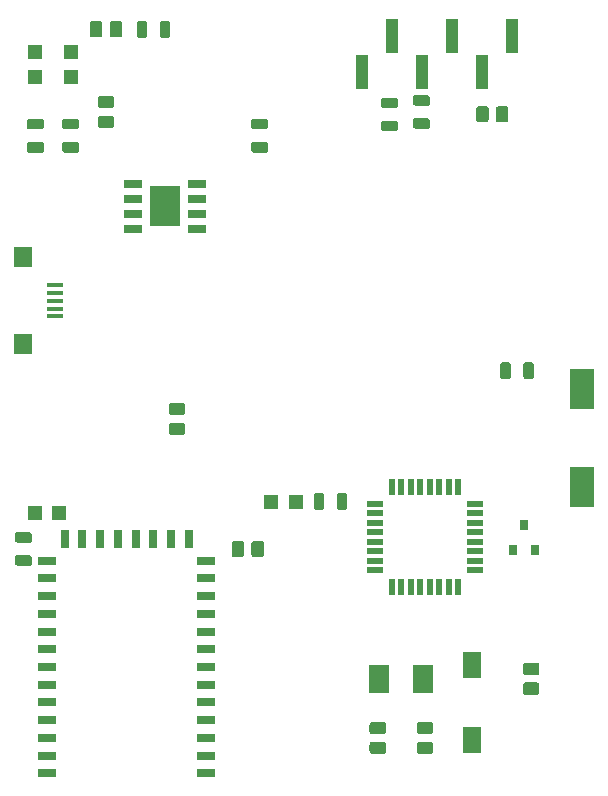
<source format=gbr>
G04 EAGLE Gerber RS-274X export*
G75*
%MOMM*%
%FSLAX34Y34*%
%LPD*%
%INSolderpaste Top*%
%IPPOS*%
%AMOC8*
5,1,8,0,0,1.08239X$1,22.5*%
G01*
%ADD10R,1.500000X0.635000*%
%ADD11R,0.635000X1.500000*%
%ADD12C,0.504000*%
%ADD13R,1.200000X1.200000*%
%ADD14R,0.600000X1.475000*%
%ADD15R,1.475000X0.600000*%
%ADD16C,0.443700*%
%ADD17R,1.600000X2.300000*%
%ADD18R,2.000000X3.500000*%
%ADD19R,1.525000X0.700000*%
%ADD20R,2.513000X3.402000*%
%ADD21R,1.700000X2.400000*%
%ADD22R,1.500000X1.800000*%
%ADD23R,1.400000X0.400000*%
%ADD24R,1.000000X3.000000*%
%ADD25R,0.800000X0.900000*%

G36*
X324791Y566332D02*
X324791Y566332D01*
X324798Y566337D01*
X324802Y566333D01*
X325184Y566424D01*
X325188Y566429D01*
X325192Y566427D01*
X325554Y566577D01*
X325557Y566582D01*
X325561Y566580D01*
X325895Y566785D01*
X325897Y566790D01*
X325901Y566790D01*
X326200Y567045D01*
X326201Y567050D01*
X326205Y567050D01*
X326460Y567349D01*
X326461Y567355D01*
X326465Y567355D01*
X326670Y567689D01*
X326669Y567695D01*
X326674Y567696D01*
X326824Y568058D01*
X326823Y568060D01*
X326824Y568060D01*
X326822Y568063D01*
X326822Y568064D01*
X326826Y568066D01*
X326917Y568448D01*
X326915Y568453D01*
X326917Y568454D01*
X326918Y568455D01*
X326949Y568846D01*
X326947Y568849D01*
X326949Y568850D01*
X326949Y574350D01*
X326947Y574352D01*
X326949Y574354D01*
X326918Y574745D01*
X326914Y574749D01*
X326917Y574752D01*
X326826Y575134D01*
X326821Y575138D01*
X326824Y575142D01*
X326674Y575504D01*
X326668Y575507D01*
X326670Y575511D01*
X326465Y575845D01*
X326460Y575847D01*
X326460Y575851D01*
X326205Y576150D01*
X326200Y576151D01*
X326200Y576155D01*
X325901Y576410D01*
X325895Y576411D01*
X325895Y576415D01*
X325561Y576620D01*
X325555Y576619D01*
X325554Y576624D01*
X325192Y576774D01*
X325186Y576772D01*
X325184Y576776D01*
X324802Y576867D01*
X324797Y576865D01*
X324795Y576868D01*
X324404Y576899D01*
X324401Y576897D01*
X324400Y576899D01*
X315209Y576868D01*
X315202Y576863D01*
X315198Y576867D01*
X314816Y576776D01*
X314812Y576771D01*
X314808Y576774D01*
X314446Y576624D01*
X314443Y576618D01*
X314439Y576620D01*
X314105Y576415D01*
X314103Y576410D01*
X314099Y576410D01*
X313800Y576155D01*
X313799Y576150D01*
X313795Y576150D01*
X313540Y575851D01*
X313539Y575845D01*
X313535Y575845D01*
X313330Y575511D01*
X313331Y575505D01*
X313327Y575504D01*
X313177Y575142D01*
X313178Y575136D01*
X313174Y575134D01*
X313083Y574752D01*
X313085Y574747D01*
X313082Y574745D01*
X313051Y574354D01*
X313053Y574351D01*
X313051Y574350D01*
X313051Y568850D01*
X313053Y568848D01*
X313051Y568846D01*
X313082Y568455D01*
X313086Y568451D01*
X313083Y568448D01*
X313174Y568066D01*
X313179Y568062D01*
X313177Y568058D01*
X313327Y567696D01*
X313332Y567693D01*
X313330Y567689D01*
X313535Y567355D01*
X313540Y567353D01*
X313540Y567349D01*
X313795Y567050D01*
X313800Y567049D01*
X313800Y567045D01*
X314099Y566790D01*
X314105Y566789D01*
X314105Y566785D01*
X314439Y566580D01*
X314445Y566581D01*
X314446Y566577D01*
X314808Y566427D01*
X314814Y566428D01*
X314816Y566424D01*
X315198Y566333D01*
X315203Y566335D01*
X315205Y566332D01*
X315596Y566301D01*
X315599Y566303D01*
X315600Y566301D01*
X324791Y566332D01*
G37*
G36*
X154791Y853132D02*
X154791Y853132D01*
X154798Y853137D01*
X154802Y853133D01*
X155184Y853224D01*
X155188Y853229D01*
X155192Y853227D01*
X155554Y853377D01*
X155557Y853382D01*
X155561Y853380D01*
X155895Y853585D01*
X155897Y853590D01*
X155901Y853590D01*
X156200Y853845D01*
X156201Y853850D01*
X156205Y853850D01*
X156460Y854149D01*
X156461Y854155D01*
X156465Y854155D01*
X156670Y854489D01*
X156669Y854495D01*
X156674Y854496D01*
X156824Y854858D01*
X156823Y854860D01*
X156824Y854860D01*
X156822Y854863D01*
X156822Y854864D01*
X156826Y854866D01*
X156917Y855248D01*
X156915Y855253D01*
X156917Y855254D01*
X156918Y855255D01*
X156949Y855646D01*
X156947Y855649D01*
X156949Y855650D01*
X156949Y861150D01*
X156947Y861152D01*
X156949Y861154D01*
X156918Y861545D01*
X156914Y861549D01*
X156917Y861552D01*
X156826Y861934D01*
X156821Y861938D01*
X156824Y861942D01*
X156674Y862304D01*
X156668Y862307D01*
X156670Y862311D01*
X156465Y862645D01*
X156460Y862647D01*
X156460Y862651D01*
X156205Y862950D01*
X156200Y862951D01*
X156200Y862955D01*
X155901Y863210D01*
X155895Y863211D01*
X155895Y863215D01*
X155561Y863420D01*
X155555Y863419D01*
X155554Y863424D01*
X155192Y863574D01*
X155186Y863572D01*
X155184Y863576D01*
X154802Y863667D01*
X154797Y863665D01*
X154795Y863668D01*
X154404Y863699D01*
X154401Y863697D01*
X154400Y863699D01*
X145209Y863668D01*
X145202Y863663D01*
X145198Y863667D01*
X144816Y863576D01*
X144812Y863571D01*
X144808Y863574D01*
X144446Y863424D01*
X144443Y863418D01*
X144439Y863420D01*
X144105Y863215D01*
X144103Y863210D01*
X144099Y863210D01*
X143800Y862955D01*
X143799Y862950D01*
X143795Y862950D01*
X143540Y862651D01*
X143539Y862645D01*
X143535Y862645D01*
X143330Y862311D01*
X143331Y862305D01*
X143327Y862304D01*
X143177Y861942D01*
X143178Y861936D01*
X143174Y861934D01*
X143083Y861552D01*
X143085Y861547D01*
X143082Y861545D01*
X143051Y861154D01*
X143053Y861151D01*
X143051Y861150D01*
X143051Y855650D01*
X143053Y855648D01*
X143051Y855646D01*
X143082Y855255D01*
X143086Y855251D01*
X143083Y855248D01*
X143174Y854866D01*
X143179Y854862D01*
X143177Y854858D01*
X143327Y854496D01*
X143332Y854493D01*
X143330Y854489D01*
X143535Y854155D01*
X143540Y854153D01*
X143540Y854149D01*
X143795Y853850D01*
X143800Y853849D01*
X143800Y853845D01*
X144099Y853590D01*
X144105Y853589D01*
X144105Y853585D01*
X144439Y853380D01*
X144445Y853381D01*
X144446Y853377D01*
X144808Y853227D01*
X144814Y853228D01*
X144816Y853224D01*
X145198Y853133D01*
X145203Y853135D01*
X145205Y853132D01*
X145596Y853101D01*
X145599Y853103D01*
X145600Y853101D01*
X154791Y853132D01*
G37*
G36*
X84352Y1173053D02*
X84352Y1173053D01*
X84354Y1173051D01*
X84745Y1173082D01*
X84749Y1173086D01*
X84752Y1173083D01*
X85134Y1173174D01*
X85138Y1173179D01*
X85142Y1173177D01*
X85504Y1173327D01*
X85507Y1173332D01*
X85511Y1173330D01*
X85845Y1173535D01*
X85847Y1173540D01*
X85851Y1173540D01*
X86150Y1173795D01*
X86151Y1173800D01*
X86155Y1173800D01*
X86410Y1174099D01*
X86411Y1174105D01*
X86415Y1174105D01*
X86620Y1174439D01*
X86619Y1174445D01*
X86624Y1174446D01*
X86774Y1174808D01*
X86773Y1174810D01*
X86774Y1174810D01*
X86772Y1174813D01*
X86772Y1174814D01*
X86776Y1174816D01*
X86867Y1175198D01*
X86865Y1175203D01*
X86867Y1175204D01*
X86868Y1175205D01*
X86899Y1175596D01*
X86897Y1175599D01*
X86899Y1175600D01*
X86868Y1184791D01*
X86863Y1184798D01*
X86867Y1184802D01*
X86776Y1185184D01*
X86771Y1185188D01*
X86774Y1185192D01*
X86624Y1185554D01*
X86618Y1185557D01*
X86620Y1185561D01*
X86415Y1185895D01*
X86410Y1185897D01*
X86410Y1185901D01*
X86155Y1186200D01*
X86150Y1186201D01*
X86150Y1186205D01*
X85851Y1186460D01*
X85845Y1186461D01*
X85845Y1186465D01*
X85511Y1186670D01*
X85505Y1186669D01*
X85504Y1186674D01*
X85142Y1186824D01*
X85136Y1186822D01*
X85134Y1186826D01*
X84752Y1186917D01*
X84747Y1186915D01*
X84745Y1186918D01*
X84354Y1186949D01*
X84351Y1186947D01*
X84350Y1186949D01*
X78850Y1186949D01*
X78848Y1186947D01*
X78846Y1186949D01*
X78455Y1186918D01*
X78451Y1186914D01*
X78448Y1186917D01*
X78066Y1186826D01*
X78062Y1186821D01*
X78058Y1186824D01*
X77696Y1186674D01*
X77693Y1186668D01*
X77689Y1186670D01*
X77355Y1186465D01*
X77353Y1186460D01*
X77349Y1186460D01*
X77050Y1186205D01*
X77049Y1186200D01*
X77045Y1186200D01*
X76790Y1185901D01*
X76789Y1185895D01*
X76785Y1185895D01*
X76580Y1185561D01*
X76581Y1185555D01*
X76577Y1185554D01*
X76427Y1185192D01*
X76428Y1185186D01*
X76424Y1185184D01*
X76333Y1184802D01*
X76335Y1184797D01*
X76332Y1184795D01*
X76301Y1184404D01*
X76303Y1184401D01*
X76301Y1184400D01*
X76332Y1175209D01*
X76337Y1175202D01*
X76333Y1175198D01*
X76424Y1174816D01*
X76429Y1174812D01*
X76427Y1174808D01*
X76577Y1174446D01*
X76582Y1174443D01*
X76580Y1174439D01*
X76785Y1174105D01*
X76790Y1174103D01*
X76790Y1174099D01*
X77045Y1173800D01*
X77050Y1173799D01*
X77050Y1173795D01*
X77349Y1173540D01*
X77355Y1173539D01*
X77355Y1173535D01*
X77689Y1173330D01*
X77695Y1173331D01*
X77696Y1173327D01*
X78058Y1173177D01*
X78064Y1173178D01*
X78066Y1173174D01*
X78448Y1173083D01*
X78453Y1173085D01*
X78455Y1173082D01*
X78846Y1173051D01*
X78849Y1173053D01*
X78850Y1173051D01*
X84350Y1173051D01*
X84352Y1173053D01*
G37*
G36*
X101152Y1173053D02*
X101152Y1173053D01*
X101154Y1173051D01*
X101545Y1173082D01*
X101549Y1173086D01*
X101552Y1173083D01*
X101934Y1173174D01*
X101938Y1173179D01*
X101942Y1173177D01*
X102304Y1173327D01*
X102307Y1173332D01*
X102311Y1173330D01*
X102645Y1173535D01*
X102647Y1173540D01*
X102651Y1173540D01*
X102950Y1173795D01*
X102951Y1173800D01*
X102955Y1173800D01*
X103210Y1174099D01*
X103211Y1174105D01*
X103215Y1174105D01*
X103420Y1174439D01*
X103419Y1174445D01*
X103424Y1174446D01*
X103574Y1174808D01*
X103573Y1174810D01*
X103574Y1174810D01*
X103572Y1174813D01*
X103572Y1174814D01*
X103576Y1174816D01*
X103667Y1175198D01*
X103665Y1175203D01*
X103667Y1175204D01*
X103668Y1175205D01*
X103699Y1175596D01*
X103697Y1175599D01*
X103699Y1175600D01*
X103668Y1184791D01*
X103663Y1184798D01*
X103667Y1184802D01*
X103576Y1185184D01*
X103571Y1185188D01*
X103574Y1185192D01*
X103424Y1185554D01*
X103418Y1185557D01*
X103420Y1185561D01*
X103215Y1185895D01*
X103210Y1185897D01*
X103210Y1185901D01*
X102955Y1186200D01*
X102950Y1186201D01*
X102950Y1186205D01*
X102651Y1186460D01*
X102645Y1186461D01*
X102645Y1186465D01*
X102311Y1186670D01*
X102305Y1186669D01*
X102304Y1186674D01*
X101942Y1186824D01*
X101936Y1186822D01*
X101934Y1186826D01*
X101552Y1186917D01*
X101547Y1186915D01*
X101545Y1186918D01*
X101154Y1186949D01*
X101151Y1186947D01*
X101150Y1186949D01*
X95650Y1186949D01*
X95648Y1186947D01*
X95646Y1186949D01*
X95255Y1186918D01*
X95251Y1186914D01*
X95248Y1186917D01*
X94866Y1186826D01*
X94862Y1186821D01*
X94858Y1186824D01*
X94496Y1186674D01*
X94493Y1186668D01*
X94489Y1186670D01*
X94155Y1186465D01*
X94153Y1186460D01*
X94149Y1186460D01*
X93850Y1186205D01*
X93849Y1186200D01*
X93845Y1186200D01*
X93590Y1185901D01*
X93589Y1185895D01*
X93585Y1185895D01*
X93380Y1185561D01*
X93381Y1185555D01*
X93377Y1185554D01*
X93227Y1185192D01*
X93228Y1185186D01*
X93224Y1185184D01*
X93133Y1184802D01*
X93135Y1184797D01*
X93132Y1184795D01*
X93101Y1184404D01*
X93103Y1184401D01*
X93101Y1184400D01*
X93132Y1175209D01*
X93137Y1175202D01*
X93133Y1175198D01*
X93224Y1174816D01*
X93229Y1174812D01*
X93227Y1174808D01*
X93377Y1174446D01*
X93382Y1174443D01*
X93380Y1174439D01*
X93585Y1174105D01*
X93590Y1174103D01*
X93590Y1174099D01*
X93845Y1173800D01*
X93850Y1173799D01*
X93850Y1173795D01*
X94149Y1173540D01*
X94155Y1173539D01*
X94155Y1173535D01*
X94489Y1173330D01*
X94495Y1173331D01*
X94496Y1173327D01*
X94858Y1173177D01*
X94864Y1173178D01*
X94866Y1173174D01*
X95248Y1173083D01*
X95253Y1173085D01*
X95255Y1173082D01*
X95646Y1173051D01*
X95649Y1173053D01*
X95650Y1173051D01*
X101150Y1173051D01*
X101152Y1173053D01*
G37*
G36*
X428152Y1101053D02*
X428152Y1101053D01*
X428154Y1101051D01*
X428545Y1101082D01*
X428549Y1101086D01*
X428552Y1101083D01*
X428934Y1101174D01*
X428938Y1101179D01*
X428942Y1101177D01*
X429304Y1101327D01*
X429307Y1101332D01*
X429311Y1101330D01*
X429645Y1101535D01*
X429647Y1101540D01*
X429651Y1101540D01*
X429950Y1101795D01*
X429951Y1101800D01*
X429955Y1101800D01*
X430210Y1102099D01*
X430211Y1102105D01*
X430215Y1102105D01*
X430420Y1102439D01*
X430419Y1102445D01*
X430424Y1102446D01*
X430574Y1102808D01*
X430573Y1102810D01*
X430574Y1102810D01*
X430572Y1102813D01*
X430572Y1102814D01*
X430576Y1102816D01*
X430667Y1103198D01*
X430665Y1103203D01*
X430667Y1103204D01*
X430668Y1103205D01*
X430699Y1103596D01*
X430697Y1103599D01*
X430699Y1103600D01*
X430668Y1112791D01*
X430663Y1112798D01*
X430667Y1112802D01*
X430576Y1113184D01*
X430571Y1113188D01*
X430574Y1113192D01*
X430424Y1113554D01*
X430418Y1113557D01*
X430420Y1113561D01*
X430215Y1113895D01*
X430210Y1113897D01*
X430210Y1113901D01*
X429955Y1114200D01*
X429950Y1114201D01*
X429950Y1114205D01*
X429651Y1114460D01*
X429645Y1114461D01*
X429645Y1114465D01*
X429311Y1114670D01*
X429305Y1114669D01*
X429304Y1114674D01*
X428942Y1114824D01*
X428936Y1114822D01*
X428934Y1114826D01*
X428552Y1114917D01*
X428547Y1114915D01*
X428545Y1114918D01*
X428154Y1114949D01*
X428151Y1114947D01*
X428150Y1114949D01*
X422650Y1114949D01*
X422648Y1114947D01*
X422646Y1114949D01*
X422255Y1114918D01*
X422251Y1114914D01*
X422248Y1114917D01*
X421866Y1114826D01*
X421862Y1114821D01*
X421858Y1114824D01*
X421496Y1114674D01*
X421493Y1114668D01*
X421489Y1114670D01*
X421155Y1114465D01*
X421153Y1114460D01*
X421149Y1114460D01*
X420850Y1114205D01*
X420849Y1114200D01*
X420845Y1114200D01*
X420590Y1113901D01*
X420589Y1113895D01*
X420585Y1113895D01*
X420380Y1113561D01*
X420381Y1113555D01*
X420377Y1113554D01*
X420227Y1113192D01*
X420228Y1113186D01*
X420224Y1113184D01*
X420133Y1112802D01*
X420135Y1112797D01*
X420132Y1112795D01*
X420101Y1112404D01*
X420103Y1112401D01*
X420101Y1112400D01*
X420132Y1103209D01*
X420137Y1103202D01*
X420133Y1103198D01*
X420224Y1102816D01*
X420229Y1102812D01*
X420227Y1102808D01*
X420377Y1102446D01*
X420382Y1102443D01*
X420380Y1102439D01*
X420585Y1102105D01*
X420590Y1102103D01*
X420590Y1102099D01*
X420845Y1101800D01*
X420850Y1101799D01*
X420850Y1101795D01*
X421149Y1101540D01*
X421155Y1101539D01*
X421155Y1101535D01*
X421489Y1101330D01*
X421495Y1101331D01*
X421496Y1101327D01*
X421858Y1101177D01*
X421864Y1101178D01*
X421866Y1101174D01*
X422248Y1101083D01*
X422253Y1101085D01*
X422255Y1101082D01*
X422646Y1101051D01*
X422649Y1101053D01*
X422650Y1101051D01*
X428150Y1101051D01*
X428152Y1101053D01*
G37*
G36*
X94791Y1113132D02*
X94791Y1113132D01*
X94798Y1113137D01*
X94802Y1113133D01*
X95184Y1113224D01*
X95188Y1113229D01*
X95192Y1113227D01*
X95554Y1113377D01*
X95557Y1113382D01*
X95561Y1113380D01*
X95895Y1113585D01*
X95897Y1113590D01*
X95901Y1113590D01*
X96200Y1113845D01*
X96201Y1113850D01*
X96205Y1113850D01*
X96460Y1114149D01*
X96461Y1114155D01*
X96465Y1114155D01*
X96670Y1114489D01*
X96669Y1114495D01*
X96674Y1114496D01*
X96824Y1114858D01*
X96823Y1114860D01*
X96824Y1114860D01*
X96822Y1114863D01*
X96822Y1114864D01*
X96826Y1114866D01*
X96917Y1115248D01*
X96915Y1115253D01*
X96917Y1115254D01*
X96918Y1115255D01*
X96949Y1115646D01*
X96947Y1115649D01*
X96949Y1115650D01*
X96949Y1121150D01*
X96947Y1121152D01*
X96949Y1121154D01*
X96918Y1121545D01*
X96914Y1121549D01*
X96917Y1121552D01*
X96826Y1121934D01*
X96821Y1121938D01*
X96824Y1121942D01*
X96674Y1122304D01*
X96668Y1122307D01*
X96670Y1122311D01*
X96465Y1122645D01*
X96460Y1122647D01*
X96460Y1122651D01*
X96205Y1122950D01*
X96200Y1122951D01*
X96200Y1122955D01*
X95901Y1123210D01*
X95895Y1123211D01*
X95895Y1123215D01*
X95561Y1123420D01*
X95555Y1123419D01*
X95554Y1123424D01*
X95192Y1123574D01*
X95186Y1123572D01*
X95184Y1123576D01*
X94802Y1123667D01*
X94797Y1123665D01*
X94795Y1123668D01*
X94404Y1123699D01*
X94401Y1123697D01*
X94400Y1123699D01*
X85209Y1123668D01*
X85202Y1123663D01*
X85198Y1123667D01*
X84816Y1123576D01*
X84812Y1123571D01*
X84808Y1123574D01*
X84446Y1123424D01*
X84443Y1123418D01*
X84439Y1123420D01*
X84105Y1123215D01*
X84103Y1123210D01*
X84099Y1123210D01*
X83800Y1122955D01*
X83799Y1122950D01*
X83795Y1122950D01*
X83540Y1122651D01*
X83539Y1122645D01*
X83535Y1122645D01*
X83330Y1122311D01*
X83331Y1122305D01*
X83327Y1122304D01*
X83177Y1121942D01*
X83178Y1121936D01*
X83174Y1121934D01*
X83083Y1121552D01*
X83085Y1121547D01*
X83082Y1121545D01*
X83051Y1121154D01*
X83053Y1121151D01*
X83051Y1121150D01*
X83051Y1115650D01*
X83053Y1115648D01*
X83051Y1115646D01*
X83082Y1115255D01*
X83086Y1115251D01*
X83083Y1115248D01*
X83174Y1114866D01*
X83179Y1114862D01*
X83177Y1114858D01*
X83327Y1114496D01*
X83332Y1114493D01*
X83330Y1114489D01*
X83535Y1114155D01*
X83540Y1114153D01*
X83540Y1114149D01*
X83795Y1113850D01*
X83800Y1113849D01*
X83800Y1113845D01*
X84099Y1113590D01*
X84105Y1113589D01*
X84105Y1113585D01*
X84439Y1113380D01*
X84445Y1113381D01*
X84446Y1113377D01*
X84808Y1113227D01*
X84814Y1113228D01*
X84816Y1113224D01*
X85198Y1113133D01*
X85203Y1113135D01*
X85205Y1113132D01*
X85596Y1113101D01*
X85599Y1113103D01*
X85600Y1113101D01*
X94791Y1113132D01*
G37*
G36*
X94791Y1096332D02*
X94791Y1096332D01*
X94798Y1096337D01*
X94802Y1096333D01*
X95184Y1096424D01*
X95188Y1096429D01*
X95192Y1096427D01*
X95554Y1096577D01*
X95557Y1096582D01*
X95561Y1096580D01*
X95895Y1096785D01*
X95897Y1096790D01*
X95901Y1096790D01*
X96200Y1097045D01*
X96201Y1097050D01*
X96205Y1097050D01*
X96460Y1097349D01*
X96461Y1097355D01*
X96465Y1097355D01*
X96670Y1097689D01*
X96669Y1097695D01*
X96674Y1097696D01*
X96824Y1098058D01*
X96823Y1098060D01*
X96824Y1098060D01*
X96822Y1098063D01*
X96822Y1098064D01*
X96826Y1098066D01*
X96917Y1098448D01*
X96915Y1098453D01*
X96917Y1098454D01*
X96918Y1098455D01*
X96949Y1098846D01*
X96947Y1098849D01*
X96949Y1098850D01*
X96949Y1104350D01*
X96947Y1104352D01*
X96949Y1104354D01*
X96918Y1104745D01*
X96914Y1104749D01*
X96917Y1104752D01*
X96826Y1105134D01*
X96821Y1105138D01*
X96824Y1105142D01*
X96674Y1105504D01*
X96668Y1105507D01*
X96670Y1105511D01*
X96465Y1105845D01*
X96460Y1105847D01*
X96460Y1105851D01*
X96205Y1106150D01*
X96200Y1106151D01*
X96200Y1106155D01*
X95901Y1106410D01*
X95895Y1106411D01*
X95895Y1106415D01*
X95561Y1106620D01*
X95555Y1106619D01*
X95554Y1106624D01*
X95192Y1106774D01*
X95186Y1106772D01*
X95184Y1106776D01*
X94802Y1106867D01*
X94797Y1106865D01*
X94795Y1106868D01*
X94404Y1106899D01*
X94401Y1106897D01*
X94400Y1106899D01*
X85209Y1106868D01*
X85202Y1106863D01*
X85198Y1106867D01*
X84816Y1106776D01*
X84812Y1106771D01*
X84808Y1106774D01*
X84446Y1106624D01*
X84443Y1106618D01*
X84439Y1106620D01*
X84105Y1106415D01*
X84103Y1106410D01*
X84099Y1106410D01*
X83800Y1106155D01*
X83799Y1106150D01*
X83795Y1106150D01*
X83540Y1105851D01*
X83539Y1105845D01*
X83535Y1105845D01*
X83330Y1105511D01*
X83331Y1105505D01*
X83327Y1105504D01*
X83177Y1105142D01*
X83178Y1105136D01*
X83174Y1105134D01*
X83083Y1104752D01*
X83085Y1104747D01*
X83082Y1104745D01*
X83051Y1104354D01*
X83053Y1104351D01*
X83051Y1104350D01*
X83051Y1098850D01*
X83053Y1098848D01*
X83051Y1098846D01*
X83082Y1098455D01*
X83086Y1098451D01*
X83083Y1098448D01*
X83174Y1098066D01*
X83179Y1098062D01*
X83177Y1098058D01*
X83327Y1097696D01*
X83332Y1097693D01*
X83330Y1097689D01*
X83535Y1097355D01*
X83540Y1097353D01*
X83540Y1097349D01*
X83795Y1097050D01*
X83800Y1097049D01*
X83800Y1097045D01*
X84099Y1096790D01*
X84105Y1096789D01*
X84105Y1096785D01*
X84439Y1096580D01*
X84445Y1096581D01*
X84446Y1096577D01*
X84808Y1096427D01*
X84814Y1096428D01*
X84816Y1096424D01*
X85198Y1096333D01*
X85203Y1096335D01*
X85205Y1096332D01*
X85596Y1096301D01*
X85599Y1096303D01*
X85600Y1096301D01*
X94791Y1096332D01*
G37*
G36*
X411352Y1101053D02*
X411352Y1101053D01*
X411354Y1101051D01*
X411745Y1101082D01*
X411749Y1101086D01*
X411752Y1101083D01*
X412134Y1101174D01*
X412138Y1101179D01*
X412142Y1101177D01*
X412504Y1101327D01*
X412507Y1101332D01*
X412511Y1101330D01*
X412845Y1101535D01*
X412847Y1101540D01*
X412851Y1101540D01*
X413150Y1101795D01*
X413151Y1101800D01*
X413155Y1101800D01*
X413410Y1102099D01*
X413411Y1102105D01*
X413415Y1102105D01*
X413620Y1102439D01*
X413619Y1102445D01*
X413624Y1102446D01*
X413774Y1102808D01*
X413773Y1102810D01*
X413774Y1102810D01*
X413772Y1102813D01*
X413772Y1102814D01*
X413776Y1102816D01*
X413867Y1103198D01*
X413865Y1103203D01*
X413867Y1103204D01*
X413868Y1103205D01*
X413899Y1103596D01*
X413897Y1103599D01*
X413899Y1103600D01*
X413868Y1112791D01*
X413863Y1112798D01*
X413867Y1112802D01*
X413776Y1113184D01*
X413771Y1113188D01*
X413774Y1113192D01*
X413624Y1113554D01*
X413618Y1113557D01*
X413620Y1113561D01*
X413415Y1113895D01*
X413410Y1113897D01*
X413410Y1113901D01*
X413155Y1114200D01*
X413150Y1114201D01*
X413150Y1114205D01*
X412851Y1114460D01*
X412845Y1114461D01*
X412845Y1114465D01*
X412511Y1114670D01*
X412505Y1114669D01*
X412504Y1114674D01*
X412142Y1114824D01*
X412136Y1114822D01*
X412134Y1114826D01*
X411752Y1114917D01*
X411747Y1114915D01*
X411745Y1114918D01*
X411354Y1114949D01*
X411351Y1114947D01*
X411350Y1114949D01*
X405850Y1114949D01*
X405848Y1114947D01*
X405846Y1114949D01*
X405455Y1114918D01*
X405451Y1114914D01*
X405448Y1114917D01*
X405066Y1114826D01*
X405062Y1114821D01*
X405058Y1114824D01*
X404696Y1114674D01*
X404693Y1114668D01*
X404689Y1114670D01*
X404355Y1114465D01*
X404353Y1114460D01*
X404349Y1114460D01*
X404050Y1114205D01*
X404049Y1114200D01*
X404045Y1114200D01*
X403790Y1113901D01*
X403789Y1113895D01*
X403785Y1113895D01*
X403580Y1113561D01*
X403581Y1113555D01*
X403577Y1113554D01*
X403427Y1113192D01*
X403428Y1113186D01*
X403424Y1113184D01*
X403333Y1112802D01*
X403335Y1112797D01*
X403332Y1112795D01*
X403301Y1112404D01*
X403303Y1112401D01*
X403301Y1112400D01*
X403332Y1103209D01*
X403337Y1103202D01*
X403333Y1103198D01*
X403424Y1102816D01*
X403429Y1102812D01*
X403427Y1102808D01*
X403577Y1102446D01*
X403582Y1102443D01*
X403580Y1102439D01*
X403785Y1102105D01*
X403790Y1102103D01*
X403790Y1102099D01*
X404045Y1101800D01*
X404050Y1101799D01*
X404050Y1101795D01*
X404349Y1101540D01*
X404355Y1101539D01*
X404355Y1101535D01*
X404689Y1101330D01*
X404695Y1101331D01*
X404696Y1101327D01*
X405058Y1101177D01*
X405064Y1101178D01*
X405066Y1101174D01*
X405448Y1101083D01*
X405453Y1101085D01*
X405455Y1101082D01*
X405846Y1101051D01*
X405849Y1101053D01*
X405850Y1101051D01*
X411350Y1101051D01*
X411352Y1101053D01*
G37*
G36*
X154791Y836332D02*
X154791Y836332D01*
X154798Y836337D01*
X154802Y836333D01*
X155184Y836424D01*
X155188Y836429D01*
X155192Y836427D01*
X155554Y836577D01*
X155557Y836582D01*
X155561Y836580D01*
X155895Y836785D01*
X155897Y836790D01*
X155901Y836790D01*
X156200Y837045D01*
X156201Y837050D01*
X156205Y837050D01*
X156460Y837349D01*
X156461Y837355D01*
X156465Y837355D01*
X156670Y837689D01*
X156669Y837695D01*
X156674Y837696D01*
X156824Y838058D01*
X156823Y838060D01*
X156824Y838060D01*
X156822Y838063D01*
X156822Y838064D01*
X156826Y838066D01*
X156917Y838448D01*
X156915Y838453D01*
X156917Y838454D01*
X156918Y838455D01*
X156949Y838846D01*
X156947Y838849D01*
X156949Y838850D01*
X156949Y844350D01*
X156947Y844352D01*
X156949Y844354D01*
X156918Y844745D01*
X156914Y844749D01*
X156917Y844752D01*
X156826Y845134D01*
X156821Y845138D01*
X156824Y845142D01*
X156674Y845504D01*
X156668Y845507D01*
X156670Y845511D01*
X156465Y845845D01*
X156460Y845847D01*
X156460Y845851D01*
X156205Y846150D01*
X156200Y846151D01*
X156200Y846155D01*
X155901Y846410D01*
X155895Y846411D01*
X155895Y846415D01*
X155561Y846620D01*
X155555Y846619D01*
X155554Y846624D01*
X155192Y846774D01*
X155186Y846772D01*
X155184Y846776D01*
X154802Y846867D01*
X154797Y846865D01*
X154795Y846868D01*
X154404Y846899D01*
X154401Y846897D01*
X154400Y846899D01*
X145209Y846868D01*
X145202Y846863D01*
X145198Y846867D01*
X144816Y846776D01*
X144812Y846771D01*
X144808Y846774D01*
X144446Y846624D01*
X144443Y846618D01*
X144439Y846620D01*
X144105Y846415D01*
X144103Y846410D01*
X144099Y846410D01*
X143800Y846155D01*
X143799Y846150D01*
X143795Y846150D01*
X143540Y845851D01*
X143539Y845845D01*
X143535Y845845D01*
X143330Y845511D01*
X143331Y845505D01*
X143327Y845504D01*
X143177Y845142D01*
X143178Y845136D01*
X143174Y845134D01*
X143083Y844752D01*
X143085Y844747D01*
X143082Y844745D01*
X143051Y844354D01*
X143053Y844351D01*
X143051Y844350D01*
X143051Y838850D01*
X143053Y838848D01*
X143051Y838846D01*
X143082Y838455D01*
X143086Y838451D01*
X143083Y838448D01*
X143174Y838066D01*
X143179Y838062D01*
X143177Y838058D01*
X143327Y837696D01*
X143332Y837693D01*
X143330Y837689D01*
X143535Y837355D01*
X143540Y837353D01*
X143540Y837349D01*
X143795Y837050D01*
X143800Y837049D01*
X143800Y837045D01*
X144099Y836790D01*
X144105Y836789D01*
X144105Y836785D01*
X144439Y836580D01*
X144445Y836581D01*
X144446Y836577D01*
X144808Y836427D01*
X144814Y836428D01*
X144816Y836424D01*
X145198Y836333D01*
X145203Y836335D01*
X145205Y836332D01*
X145596Y836301D01*
X145599Y836303D01*
X145600Y836301D01*
X154791Y836332D01*
G37*
G36*
X204352Y733053D02*
X204352Y733053D01*
X204354Y733051D01*
X204745Y733082D01*
X204749Y733086D01*
X204752Y733083D01*
X205134Y733174D01*
X205138Y733179D01*
X205142Y733177D01*
X205504Y733327D01*
X205507Y733332D01*
X205511Y733330D01*
X205845Y733535D01*
X205847Y733540D01*
X205851Y733540D01*
X206150Y733795D01*
X206151Y733800D01*
X206155Y733800D01*
X206410Y734099D01*
X206411Y734105D01*
X206415Y734105D01*
X206620Y734439D01*
X206619Y734445D01*
X206624Y734446D01*
X206774Y734808D01*
X206773Y734810D01*
X206774Y734810D01*
X206772Y734813D01*
X206772Y734814D01*
X206776Y734816D01*
X206867Y735198D01*
X206865Y735203D01*
X206867Y735204D01*
X206868Y735205D01*
X206899Y735596D01*
X206897Y735599D01*
X206899Y735600D01*
X206868Y744791D01*
X206863Y744798D01*
X206867Y744802D01*
X206776Y745184D01*
X206771Y745188D01*
X206774Y745192D01*
X206624Y745554D01*
X206618Y745557D01*
X206620Y745561D01*
X206415Y745895D01*
X206410Y745897D01*
X206410Y745901D01*
X206155Y746200D01*
X206150Y746201D01*
X206150Y746205D01*
X205851Y746460D01*
X205845Y746461D01*
X205845Y746465D01*
X205511Y746670D01*
X205505Y746669D01*
X205504Y746674D01*
X205142Y746824D01*
X205136Y746822D01*
X205134Y746826D01*
X204752Y746917D01*
X204747Y746915D01*
X204745Y746918D01*
X204354Y746949D01*
X204351Y746947D01*
X204350Y746949D01*
X198850Y746949D01*
X198848Y746947D01*
X198846Y746949D01*
X198455Y746918D01*
X198451Y746914D01*
X198448Y746917D01*
X198066Y746826D01*
X198062Y746821D01*
X198058Y746824D01*
X197696Y746674D01*
X197693Y746668D01*
X197689Y746670D01*
X197355Y746465D01*
X197353Y746460D01*
X197349Y746460D01*
X197050Y746205D01*
X197049Y746200D01*
X197045Y746200D01*
X196790Y745901D01*
X196789Y745895D01*
X196785Y745895D01*
X196580Y745561D01*
X196581Y745555D01*
X196577Y745554D01*
X196427Y745192D01*
X196428Y745186D01*
X196424Y745184D01*
X196333Y744802D01*
X196335Y744797D01*
X196332Y744795D01*
X196301Y744404D01*
X196303Y744401D01*
X196301Y744400D01*
X196332Y735209D01*
X196337Y735202D01*
X196333Y735198D01*
X196424Y734816D01*
X196429Y734812D01*
X196427Y734808D01*
X196577Y734446D01*
X196582Y734443D01*
X196580Y734439D01*
X196785Y734105D01*
X196790Y734103D01*
X196790Y734099D01*
X197045Y733800D01*
X197050Y733799D01*
X197050Y733795D01*
X197349Y733540D01*
X197355Y733539D01*
X197355Y733535D01*
X197689Y733330D01*
X197695Y733331D01*
X197696Y733327D01*
X198058Y733177D01*
X198064Y733178D01*
X198066Y733174D01*
X198448Y733083D01*
X198453Y733085D01*
X198455Y733082D01*
X198846Y733051D01*
X198849Y733053D01*
X198850Y733051D01*
X204350Y733051D01*
X204352Y733053D01*
G37*
G36*
X221152Y733053D02*
X221152Y733053D01*
X221154Y733051D01*
X221545Y733082D01*
X221549Y733086D01*
X221552Y733083D01*
X221934Y733174D01*
X221938Y733179D01*
X221942Y733177D01*
X222304Y733327D01*
X222307Y733332D01*
X222311Y733330D01*
X222645Y733535D01*
X222647Y733540D01*
X222651Y733540D01*
X222950Y733795D01*
X222951Y733800D01*
X222955Y733800D01*
X223210Y734099D01*
X223211Y734105D01*
X223215Y734105D01*
X223420Y734439D01*
X223419Y734445D01*
X223424Y734446D01*
X223574Y734808D01*
X223573Y734810D01*
X223574Y734810D01*
X223572Y734813D01*
X223572Y734814D01*
X223576Y734816D01*
X223667Y735198D01*
X223665Y735203D01*
X223667Y735204D01*
X223668Y735205D01*
X223699Y735596D01*
X223697Y735599D01*
X223699Y735600D01*
X223668Y744791D01*
X223663Y744798D01*
X223667Y744802D01*
X223576Y745184D01*
X223571Y745188D01*
X223574Y745192D01*
X223424Y745554D01*
X223418Y745557D01*
X223420Y745561D01*
X223215Y745895D01*
X223210Y745897D01*
X223210Y745901D01*
X222955Y746200D01*
X222950Y746201D01*
X222950Y746205D01*
X222651Y746460D01*
X222645Y746461D01*
X222645Y746465D01*
X222311Y746670D01*
X222305Y746669D01*
X222304Y746674D01*
X221942Y746824D01*
X221936Y746822D01*
X221934Y746826D01*
X221552Y746917D01*
X221547Y746915D01*
X221545Y746918D01*
X221154Y746949D01*
X221151Y746947D01*
X221150Y746949D01*
X215650Y746949D01*
X215648Y746947D01*
X215646Y746949D01*
X215255Y746918D01*
X215251Y746914D01*
X215248Y746917D01*
X214866Y746826D01*
X214862Y746821D01*
X214858Y746824D01*
X214496Y746674D01*
X214493Y746668D01*
X214489Y746670D01*
X214155Y746465D01*
X214153Y746460D01*
X214149Y746460D01*
X213850Y746205D01*
X213849Y746200D01*
X213845Y746200D01*
X213590Y745901D01*
X213589Y745895D01*
X213585Y745895D01*
X213380Y745561D01*
X213381Y745555D01*
X213377Y745554D01*
X213227Y745192D01*
X213228Y745186D01*
X213224Y745184D01*
X213133Y744802D01*
X213135Y744797D01*
X213132Y744795D01*
X213101Y744404D01*
X213103Y744401D01*
X213101Y744400D01*
X213132Y735209D01*
X213137Y735202D01*
X213133Y735198D01*
X213224Y734816D01*
X213229Y734812D01*
X213227Y734808D01*
X213377Y734446D01*
X213382Y734443D01*
X213380Y734439D01*
X213585Y734105D01*
X213590Y734103D01*
X213590Y734099D01*
X213845Y733800D01*
X213850Y733799D01*
X213850Y733795D01*
X214149Y733540D01*
X214155Y733539D01*
X214155Y733535D01*
X214489Y733330D01*
X214495Y733331D01*
X214496Y733327D01*
X214858Y733177D01*
X214864Y733178D01*
X214866Y733174D01*
X215248Y733083D01*
X215253Y733085D01*
X215255Y733082D01*
X215646Y733051D01*
X215649Y733053D01*
X215650Y733051D01*
X221150Y733051D01*
X221152Y733053D01*
G37*
G36*
X454791Y633132D02*
X454791Y633132D01*
X454798Y633137D01*
X454802Y633133D01*
X455184Y633224D01*
X455188Y633229D01*
X455192Y633227D01*
X455554Y633377D01*
X455557Y633382D01*
X455561Y633380D01*
X455895Y633585D01*
X455897Y633590D01*
X455901Y633590D01*
X456200Y633845D01*
X456201Y633850D01*
X456205Y633850D01*
X456460Y634149D01*
X456461Y634155D01*
X456465Y634155D01*
X456670Y634489D01*
X456669Y634495D01*
X456674Y634496D01*
X456824Y634858D01*
X456823Y634860D01*
X456824Y634860D01*
X456822Y634863D01*
X456822Y634864D01*
X456826Y634866D01*
X456917Y635248D01*
X456915Y635253D01*
X456917Y635254D01*
X456918Y635255D01*
X456949Y635646D01*
X456947Y635649D01*
X456949Y635650D01*
X456949Y641150D01*
X456947Y641152D01*
X456949Y641154D01*
X456918Y641545D01*
X456914Y641549D01*
X456917Y641552D01*
X456826Y641934D01*
X456821Y641938D01*
X456824Y641942D01*
X456674Y642304D01*
X456668Y642307D01*
X456670Y642311D01*
X456465Y642645D01*
X456460Y642647D01*
X456460Y642651D01*
X456205Y642950D01*
X456200Y642951D01*
X456200Y642955D01*
X455901Y643210D01*
X455895Y643211D01*
X455895Y643215D01*
X455561Y643420D01*
X455555Y643419D01*
X455554Y643424D01*
X455192Y643574D01*
X455186Y643572D01*
X455184Y643576D01*
X454802Y643667D01*
X454797Y643665D01*
X454795Y643668D01*
X454404Y643699D01*
X454401Y643697D01*
X454400Y643699D01*
X445209Y643668D01*
X445202Y643663D01*
X445198Y643667D01*
X444816Y643576D01*
X444812Y643571D01*
X444808Y643574D01*
X444446Y643424D01*
X444443Y643418D01*
X444439Y643420D01*
X444105Y643215D01*
X444103Y643210D01*
X444099Y643210D01*
X443800Y642955D01*
X443799Y642950D01*
X443795Y642950D01*
X443540Y642651D01*
X443539Y642645D01*
X443535Y642645D01*
X443330Y642311D01*
X443331Y642305D01*
X443327Y642304D01*
X443177Y641942D01*
X443178Y641936D01*
X443174Y641934D01*
X443083Y641552D01*
X443085Y641547D01*
X443082Y641545D01*
X443051Y641154D01*
X443053Y641151D01*
X443051Y641150D01*
X443051Y635650D01*
X443053Y635648D01*
X443051Y635646D01*
X443082Y635255D01*
X443086Y635251D01*
X443083Y635248D01*
X443174Y634866D01*
X443179Y634862D01*
X443177Y634858D01*
X443327Y634496D01*
X443332Y634493D01*
X443330Y634489D01*
X443535Y634155D01*
X443540Y634153D01*
X443540Y634149D01*
X443795Y633850D01*
X443800Y633849D01*
X443800Y633845D01*
X444099Y633590D01*
X444105Y633589D01*
X444105Y633585D01*
X444439Y633380D01*
X444445Y633381D01*
X444446Y633377D01*
X444808Y633227D01*
X444814Y633228D01*
X444816Y633224D01*
X445198Y633133D01*
X445203Y633135D01*
X445205Y633132D01*
X445596Y633101D01*
X445599Y633103D01*
X445600Y633101D01*
X454791Y633132D01*
G37*
G36*
X454791Y616332D02*
X454791Y616332D01*
X454798Y616337D01*
X454802Y616333D01*
X455184Y616424D01*
X455188Y616429D01*
X455192Y616427D01*
X455554Y616577D01*
X455557Y616582D01*
X455561Y616580D01*
X455895Y616785D01*
X455897Y616790D01*
X455901Y616790D01*
X456200Y617045D01*
X456201Y617050D01*
X456205Y617050D01*
X456460Y617349D01*
X456461Y617355D01*
X456465Y617355D01*
X456670Y617689D01*
X456669Y617695D01*
X456674Y617696D01*
X456824Y618058D01*
X456823Y618060D01*
X456824Y618060D01*
X456822Y618063D01*
X456822Y618064D01*
X456826Y618066D01*
X456917Y618448D01*
X456915Y618453D01*
X456917Y618454D01*
X456918Y618455D01*
X456949Y618846D01*
X456947Y618849D01*
X456949Y618850D01*
X456949Y624350D01*
X456947Y624352D01*
X456949Y624354D01*
X456918Y624745D01*
X456914Y624749D01*
X456917Y624752D01*
X456826Y625134D01*
X456821Y625138D01*
X456824Y625142D01*
X456674Y625504D01*
X456668Y625507D01*
X456670Y625511D01*
X456465Y625845D01*
X456460Y625847D01*
X456460Y625851D01*
X456205Y626150D01*
X456200Y626151D01*
X456200Y626155D01*
X455901Y626410D01*
X455895Y626411D01*
X455895Y626415D01*
X455561Y626620D01*
X455555Y626619D01*
X455554Y626624D01*
X455192Y626774D01*
X455186Y626772D01*
X455184Y626776D01*
X454802Y626867D01*
X454797Y626865D01*
X454795Y626868D01*
X454404Y626899D01*
X454401Y626897D01*
X454400Y626899D01*
X445209Y626868D01*
X445202Y626863D01*
X445198Y626867D01*
X444816Y626776D01*
X444812Y626771D01*
X444808Y626774D01*
X444446Y626624D01*
X444443Y626618D01*
X444439Y626620D01*
X444105Y626415D01*
X444103Y626410D01*
X444099Y626410D01*
X443800Y626155D01*
X443799Y626150D01*
X443795Y626150D01*
X443540Y625851D01*
X443539Y625845D01*
X443535Y625845D01*
X443330Y625511D01*
X443331Y625505D01*
X443327Y625504D01*
X443177Y625142D01*
X443178Y625136D01*
X443174Y625134D01*
X443083Y624752D01*
X443085Y624747D01*
X443082Y624745D01*
X443051Y624354D01*
X443053Y624351D01*
X443051Y624350D01*
X443051Y618850D01*
X443053Y618848D01*
X443051Y618846D01*
X443082Y618455D01*
X443086Y618451D01*
X443083Y618448D01*
X443174Y618066D01*
X443179Y618062D01*
X443177Y618058D01*
X443327Y617696D01*
X443332Y617693D01*
X443330Y617689D01*
X443535Y617355D01*
X443540Y617353D01*
X443540Y617349D01*
X443795Y617050D01*
X443800Y617049D01*
X443800Y617045D01*
X444099Y616790D01*
X444105Y616789D01*
X444105Y616785D01*
X444439Y616580D01*
X444445Y616581D01*
X444446Y616577D01*
X444808Y616427D01*
X444814Y616428D01*
X444816Y616424D01*
X445198Y616333D01*
X445203Y616335D01*
X445205Y616332D01*
X445596Y616301D01*
X445599Y616303D01*
X445600Y616301D01*
X454791Y616332D01*
G37*
G36*
X364791Y583132D02*
X364791Y583132D01*
X364798Y583137D01*
X364802Y583133D01*
X365184Y583224D01*
X365188Y583229D01*
X365192Y583227D01*
X365554Y583377D01*
X365557Y583382D01*
X365561Y583380D01*
X365895Y583585D01*
X365897Y583590D01*
X365901Y583590D01*
X366200Y583845D01*
X366201Y583850D01*
X366205Y583850D01*
X366460Y584149D01*
X366461Y584155D01*
X366465Y584155D01*
X366670Y584489D01*
X366669Y584495D01*
X366674Y584496D01*
X366824Y584858D01*
X366823Y584860D01*
X366824Y584860D01*
X366822Y584863D01*
X366822Y584864D01*
X366826Y584866D01*
X366917Y585248D01*
X366915Y585253D01*
X366917Y585254D01*
X366918Y585255D01*
X366949Y585646D01*
X366947Y585649D01*
X366949Y585650D01*
X366949Y591150D01*
X366947Y591152D01*
X366949Y591154D01*
X366918Y591545D01*
X366914Y591549D01*
X366917Y591552D01*
X366826Y591934D01*
X366821Y591938D01*
X366824Y591942D01*
X366674Y592304D01*
X366668Y592307D01*
X366670Y592311D01*
X366465Y592645D01*
X366460Y592647D01*
X366460Y592651D01*
X366205Y592950D01*
X366200Y592951D01*
X366200Y592955D01*
X365901Y593210D01*
X365895Y593211D01*
X365895Y593215D01*
X365561Y593420D01*
X365555Y593419D01*
X365554Y593424D01*
X365192Y593574D01*
X365186Y593572D01*
X365184Y593576D01*
X364802Y593667D01*
X364797Y593665D01*
X364795Y593668D01*
X364404Y593699D01*
X364401Y593697D01*
X364400Y593699D01*
X355209Y593668D01*
X355202Y593663D01*
X355198Y593667D01*
X354816Y593576D01*
X354812Y593571D01*
X354808Y593574D01*
X354446Y593424D01*
X354443Y593418D01*
X354439Y593420D01*
X354105Y593215D01*
X354103Y593210D01*
X354099Y593210D01*
X353800Y592955D01*
X353799Y592950D01*
X353795Y592950D01*
X353540Y592651D01*
X353539Y592645D01*
X353535Y592645D01*
X353330Y592311D01*
X353331Y592305D01*
X353327Y592304D01*
X353177Y591942D01*
X353178Y591936D01*
X353174Y591934D01*
X353083Y591552D01*
X353085Y591547D01*
X353082Y591545D01*
X353051Y591154D01*
X353053Y591151D01*
X353051Y591150D01*
X353051Y585650D01*
X353053Y585648D01*
X353051Y585646D01*
X353082Y585255D01*
X353086Y585251D01*
X353083Y585248D01*
X353174Y584866D01*
X353179Y584862D01*
X353177Y584858D01*
X353327Y584496D01*
X353332Y584493D01*
X353330Y584489D01*
X353535Y584155D01*
X353540Y584153D01*
X353540Y584149D01*
X353795Y583850D01*
X353800Y583849D01*
X353800Y583845D01*
X354099Y583590D01*
X354105Y583589D01*
X354105Y583585D01*
X354439Y583380D01*
X354445Y583381D01*
X354446Y583377D01*
X354808Y583227D01*
X354814Y583228D01*
X354816Y583224D01*
X355198Y583133D01*
X355203Y583135D01*
X355205Y583132D01*
X355596Y583101D01*
X355599Y583103D01*
X355600Y583101D01*
X364791Y583132D01*
G37*
G36*
X324791Y583132D02*
X324791Y583132D01*
X324798Y583137D01*
X324802Y583133D01*
X325184Y583224D01*
X325188Y583229D01*
X325192Y583227D01*
X325554Y583377D01*
X325557Y583382D01*
X325561Y583380D01*
X325895Y583585D01*
X325897Y583590D01*
X325901Y583590D01*
X326200Y583845D01*
X326201Y583850D01*
X326205Y583850D01*
X326460Y584149D01*
X326461Y584155D01*
X326465Y584155D01*
X326670Y584489D01*
X326669Y584495D01*
X326674Y584496D01*
X326824Y584858D01*
X326823Y584860D01*
X326824Y584860D01*
X326822Y584863D01*
X326822Y584864D01*
X326826Y584866D01*
X326917Y585248D01*
X326915Y585253D01*
X326917Y585254D01*
X326918Y585255D01*
X326949Y585646D01*
X326947Y585649D01*
X326949Y585650D01*
X326949Y591150D01*
X326947Y591152D01*
X326949Y591154D01*
X326918Y591545D01*
X326914Y591549D01*
X326917Y591552D01*
X326826Y591934D01*
X326821Y591938D01*
X326824Y591942D01*
X326674Y592304D01*
X326668Y592307D01*
X326670Y592311D01*
X326465Y592645D01*
X326460Y592647D01*
X326460Y592651D01*
X326205Y592950D01*
X326200Y592951D01*
X326200Y592955D01*
X325901Y593210D01*
X325895Y593211D01*
X325895Y593215D01*
X325561Y593420D01*
X325555Y593419D01*
X325554Y593424D01*
X325192Y593574D01*
X325186Y593572D01*
X325184Y593576D01*
X324802Y593667D01*
X324797Y593665D01*
X324795Y593668D01*
X324404Y593699D01*
X324401Y593697D01*
X324400Y593699D01*
X315209Y593668D01*
X315202Y593663D01*
X315198Y593667D01*
X314816Y593576D01*
X314812Y593571D01*
X314808Y593574D01*
X314446Y593424D01*
X314443Y593418D01*
X314439Y593420D01*
X314105Y593215D01*
X314103Y593210D01*
X314099Y593210D01*
X313800Y592955D01*
X313799Y592950D01*
X313795Y592950D01*
X313540Y592651D01*
X313539Y592645D01*
X313535Y592645D01*
X313330Y592311D01*
X313331Y592305D01*
X313327Y592304D01*
X313177Y591942D01*
X313178Y591936D01*
X313174Y591934D01*
X313083Y591552D01*
X313085Y591547D01*
X313082Y591545D01*
X313051Y591154D01*
X313053Y591151D01*
X313051Y591150D01*
X313051Y585650D01*
X313053Y585648D01*
X313051Y585646D01*
X313082Y585255D01*
X313086Y585251D01*
X313083Y585248D01*
X313174Y584866D01*
X313179Y584862D01*
X313177Y584858D01*
X313327Y584496D01*
X313332Y584493D01*
X313330Y584489D01*
X313535Y584155D01*
X313540Y584153D01*
X313540Y584149D01*
X313795Y583850D01*
X313800Y583849D01*
X313800Y583845D01*
X314099Y583590D01*
X314105Y583589D01*
X314105Y583585D01*
X314439Y583380D01*
X314445Y583381D01*
X314446Y583377D01*
X314808Y583227D01*
X314814Y583228D01*
X314816Y583224D01*
X315198Y583133D01*
X315203Y583135D01*
X315205Y583132D01*
X315596Y583101D01*
X315599Y583103D01*
X315600Y583101D01*
X324791Y583132D01*
G37*
G36*
X364791Y566332D02*
X364791Y566332D01*
X364798Y566337D01*
X364802Y566333D01*
X365184Y566424D01*
X365188Y566429D01*
X365192Y566427D01*
X365554Y566577D01*
X365557Y566582D01*
X365561Y566580D01*
X365895Y566785D01*
X365897Y566790D01*
X365901Y566790D01*
X366200Y567045D01*
X366201Y567050D01*
X366205Y567050D01*
X366460Y567349D01*
X366461Y567355D01*
X366465Y567355D01*
X366670Y567689D01*
X366669Y567695D01*
X366674Y567696D01*
X366824Y568058D01*
X366823Y568060D01*
X366824Y568060D01*
X366822Y568063D01*
X366822Y568064D01*
X366826Y568066D01*
X366917Y568448D01*
X366915Y568453D01*
X366917Y568454D01*
X366918Y568455D01*
X366949Y568846D01*
X366947Y568849D01*
X366949Y568850D01*
X366949Y574350D01*
X366947Y574352D01*
X366949Y574354D01*
X366918Y574745D01*
X366914Y574749D01*
X366917Y574752D01*
X366826Y575134D01*
X366821Y575138D01*
X366824Y575142D01*
X366674Y575504D01*
X366668Y575507D01*
X366670Y575511D01*
X366465Y575845D01*
X366460Y575847D01*
X366460Y575851D01*
X366205Y576150D01*
X366200Y576151D01*
X366200Y576155D01*
X365901Y576410D01*
X365895Y576411D01*
X365895Y576415D01*
X365561Y576620D01*
X365555Y576619D01*
X365554Y576624D01*
X365192Y576774D01*
X365186Y576772D01*
X365184Y576776D01*
X364802Y576867D01*
X364797Y576865D01*
X364795Y576868D01*
X364404Y576899D01*
X364401Y576897D01*
X364400Y576899D01*
X355209Y576868D01*
X355202Y576863D01*
X355198Y576867D01*
X354816Y576776D01*
X354812Y576771D01*
X354808Y576774D01*
X354446Y576624D01*
X354443Y576618D01*
X354439Y576620D01*
X354105Y576415D01*
X354103Y576410D01*
X354099Y576410D01*
X353800Y576155D01*
X353799Y576150D01*
X353795Y576150D01*
X353540Y575851D01*
X353539Y575845D01*
X353535Y575845D01*
X353330Y575511D01*
X353331Y575505D01*
X353327Y575504D01*
X353177Y575142D01*
X353178Y575136D01*
X353174Y575134D01*
X353083Y574752D01*
X353085Y574747D01*
X353082Y574745D01*
X353051Y574354D01*
X353053Y574351D01*
X353051Y574350D01*
X353051Y568850D01*
X353053Y568848D01*
X353051Y568846D01*
X353082Y568455D01*
X353086Y568451D01*
X353083Y568448D01*
X353174Y568066D01*
X353179Y568062D01*
X353177Y568058D01*
X353327Y567696D01*
X353332Y567693D01*
X353330Y567689D01*
X353535Y567355D01*
X353540Y567353D01*
X353540Y567349D01*
X353795Y567050D01*
X353800Y567049D01*
X353800Y567045D01*
X354099Y566790D01*
X354105Y566789D01*
X354105Y566785D01*
X354439Y566580D01*
X354445Y566581D01*
X354446Y566577D01*
X354808Y566427D01*
X354814Y566428D01*
X354816Y566424D01*
X355198Y566333D01*
X355203Y566335D01*
X355205Y566332D01*
X355596Y566301D01*
X355599Y566303D01*
X355600Y566301D01*
X364791Y566332D01*
G37*
G36*
X225244Y1075878D02*
X225244Y1075878D01*
X225251Y1075883D01*
X225256Y1075879D01*
X225592Y1075960D01*
X225595Y1075965D01*
X225599Y1075963D01*
X225918Y1076095D01*
X225921Y1076100D01*
X225925Y1076098D01*
X226219Y1076278D01*
X226221Y1076283D01*
X226225Y1076283D01*
X226488Y1076507D01*
X226489Y1076512D01*
X226494Y1076512D01*
X226718Y1076775D01*
X226718Y1076781D01*
X226722Y1076781D01*
X226902Y1077075D01*
X226901Y1077081D01*
X226906Y1077082D01*
X227038Y1077401D01*
X227036Y1077407D01*
X227040Y1077408D01*
X227121Y1077744D01*
X227119Y1077750D01*
X227122Y1077752D01*
X227149Y1078096D01*
X227148Y1078099D01*
X227149Y1078100D01*
X227149Y1082400D01*
X227147Y1082402D01*
X227149Y1082404D01*
X227122Y1082748D01*
X227118Y1082752D01*
X227121Y1082756D01*
X227040Y1083092D01*
X227035Y1083095D01*
X227038Y1083099D01*
X226906Y1083418D01*
X226900Y1083421D01*
X226902Y1083425D01*
X226722Y1083719D01*
X226717Y1083721D01*
X226718Y1083725D01*
X226494Y1083988D01*
X226488Y1083989D01*
X226488Y1083994D01*
X226225Y1084218D01*
X226219Y1084218D01*
X226219Y1084222D01*
X225925Y1084402D01*
X225919Y1084401D01*
X225918Y1084406D01*
X225599Y1084538D01*
X225593Y1084536D01*
X225592Y1084540D01*
X225256Y1084621D01*
X225250Y1084619D01*
X225248Y1084622D01*
X224904Y1084649D01*
X224901Y1084647D01*
X224900Y1084649D01*
X214756Y1084622D01*
X214749Y1084617D01*
X214744Y1084621D01*
X214408Y1084540D01*
X214405Y1084535D01*
X214401Y1084538D01*
X214082Y1084406D01*
X214079Y1084400D01*
X214075Y1084402D01*
X213781Y1084222D01*
X213779Y1084217D01*
X213775Y1084218D01*
X213512Y1083994D01*
X213511Y1083988D01*
X213507Y1083988D01*
X213283Y1083725D01*
X213282Y1083719D01*
X213278Y1083719D01*
X213098Y1083425D01*
X213099Y1083419D01*
X213095Y1083418D01*
X212963Y1083099D01*
X212964Y1083093D01*
X212960Y1083092D01*
X212879Y1082756D01*
X212881Y1082750D01*
X212878Y1082748D01*
X212851Y1082404D01*
X212853Y1082401D01*
X212851Y1082400D01*
X212851Y1078100D01*
X212853Y1078098D01*
X212851Y1078096D01*
X212878Y1077752D01*
X212882Y1077748D01*
X212879Y1077744D01*
X212960Y1077408D01*
X212965Y1077405D01*
X212963Y1077401D01*
X213095Y1077082D01*
X213100Y1077079D01*
X213098Y1077075D01*
X213278Y1076781D01*
X213283Y1076779D01*
X213283Y1076775D01*
X213507Y1076512D01*
X213512Y1076511D01*
X213512Y1076507D01*
X213775Y1076283D01*
X213781Y1076282D01*
X213781Y1076278D01*
X214075Y1076098D01*
X214081Y1076099D01*
X214082Y1076095D01*
X214401Y1075963D01*
X214407Y1075964D01*
X214408Y1075960D01*
X214744Y1075879D01*
X214750Y1075881D01*
X214752Y1075878D01*
X215096Y1075851D01*
X215099Y1075853D01*
X215100Y1075851D01*
X225244Y1075878D01*
G37*
G36*
X65244Y1075878D02*
X65244Y1075878D01*
X65251Y1075883D01*
X65256Y1075879D01*
X65592Y1075960D01*
X65595Y1075965D01*
X65599Y1075963D01*
X65918Y1076095D01*
X65921Y1076100D01*
X65925Y1076098D01*
X66219Y1076278D01*
X66221Y1076283D01*
X66225Y1076283D01*
X66488Y1076507D01*
X66489Y1076512D01*
X66494Y1076512D01*
X66718Y1076775D01*
X66718Y1076781D01*
X66722Y1076781D01*
X66902Y1077075D01*
X66901Y1077081D01*
X66906Y1077082D01*
X67038Y1077401D01*
X67036Y1077407D01*
X67040Y1077408D01*
X67121Y1077744D01*
X67119Y1077750D01*
X67122Y1077752D01*
X67149Y1078096D01*
X67148Y1078099D01*
X67149Y1078100D01*
X67149Y1082400D01*
X67147Y1082402D01*
X67149Y1082404D01*
X67122Y1082748D01*
X67118Y1082752D01*
X67121Y1082756D01*
X67040Y1083092D01*
X67035Y1083095D01*
X67038Y1083099D01*
X66906Y1083418D01*
X66900Y1083421D01*
X66902Y1083425D01*
X66722Y1083719D01*
X66717Y1083721D01*
X66718Y1083725D01*
X66494Y1083988D01*
X66488Y1083989D01*
X66488Y1083994D01*
X66225Y1084218D01*
X66219Y1084218D01*
X66219Y1084222D01*
X65925Y1084402D01*
X65919Y1084401D01*
X65918Y1084406D01*
X65599Y1084538D01*
X65593Y1084536D01*
X65592Y1084540D01*
X65256Y1084621D01*
X65250Y1084619D01*
X65248Y1084622D01*
X64904Y1084649D01*
X64901Y1084647D01*
X64900Y1084649D01*
X54756Y1084622D01*
X54749Y1084617D01*
X54744Y1084621D01*
X54408Y1084540D01*
X54405Y1084535D01*
X54401Y1084538D01*
X54082Y1084406D01*
X54079Y1084400D01*
X54075Y1084402D01*
X53781Y1084222D01*
X53779Y1084217D01*
X53775Y1084218D01*
X53512Y1083994D01*
X53511Y1083988D01*
X53507Y1083988D01*
X53283Y1083725D01*
X53282Y1083719D01*
X53278Y1083719D01*
X53098Y1083425D01*
X53099Y1083419D01*
X53095Y1083418D01*
X52963Y1083099D01*
X52964Y1083093D01*
X52960Y1083092D01*
X52879Y1082756D01*
X52881Y1082750D01*
X52878Y1082748D01*
X52851Y1082404D01*
X52853Y1082401D01*
X52851Y1082400D01*
X52851Y1078100D01*
X52853Y1078098D01*
X52851Y1078096D01*
X52878Y1077752D01*
X52882Y1077748D01*
X52879Y1077744D01*
X52960Y1077408D01*
X52965Y1077405D01*
X52963Y1077401D01*
X53095Y1077082D01*
X53100Y1077079D01*
X53098Y1077075D01*
X53278Y1076781D01*
X53283Y1076779D01*
X53283Y1076775D01*
X53507Y1076512D01*
X53512Y1076511D01*
X53512Y1076507D01*
X53775Y1076283D01*
X53781Y1076282D01*
X53781Y1076278D01*
X54075Y1076098D01*
X54081Y1076099D01*
X54082Y1076095D01*
X54401Y1075963D01*
X54407Y1075964D01*
X54408Y1075960D01*
X54744Y1075879D01*
X54750Y1075881D01*
X54752Y1075878D01*
X55096Y1075851D01*
X55099Y1075853D01*
X55100Y1075851D01*
X65244Y1075878D01*
G37*
G36*
X362244Y1115378D02*
X362244Y1115378D01*
X362251Y1115383D01*
X362256Y1115379D01*
X362592Y1115460D01*
X362595Y1115465D01*
X362599Y1115463D01*
X362918Y1115595D01*
X362921Y1115600D01*
X362925Y1115598D01*
X363219Y1115778D01*
X363221Y1115783D01*
X363225Y1115783D01*
X363488Y1116007D01*
X363489Y1116012D01*
X363494Y1116012D01*
X363718Y1116275D01*
X363718Y1116281D01*
X363722Y1116281D01*
X363902Y1116575D01*
X363901Y1116581D01*
X363906Y1116582D01*
X364038Y1116901D01*
X364036Y1116907D01*
X364040Y1116908D01*
X364121Y1117244D01*
X364119Y1117250D01*
X364122Y1117252D01*
X364149Y1117596D01*
X364148Y1117599D01*
X364149Y1117600D01*
X364149Y1121900D01*
X364147Y1121902D01*
X364149Y1121904D01*
X364122Y1122248D01*
X364118Y1122252D01*
X364121Y1122256D01*
X364040Y1122592D01*
X364035Y1122595D01*
X364038Y1122599D01*
X363906Y1122918D01*
X363900Y1122921D01*
X363902Y1122925D01*
X363722Y1123219D01*
X363717Y1123221D01*
X363718Y1123225D01*
X363494Y1123488D01*
X363488Y1123489D01*
X363488Y1123494D01*
X363225Y1123718D01*
X363219Y1123718D01*
X363219Y1123722D01*
X362925Y1123902D01*
X362919Y1123901D01*
X362918Y1123906D01*
X362599Y1124038D01*
X362593Y1124036D01*
X362592Y1124040D01*
X362256Y1124121D01*
X362250Y1124119D01*
X362248Y1124122D01*
X361904Y1124149D01*
X361901Y1124147D01*
X361900Y1124149D01*
X351756Y1124122D01*
X351749Y1124117D01*
X351744Y1124121D01*
X351408Y1124040D01*
X351405Y1124035D01*
X351401Y1124038D01*
X351082Y1123906D01*
X351079Y1123900D01*
X351075Y1123902D01*
X350781Y1123722D01*
X350779Y1123717D01*
X350775Y1123718D01*
X350512Y1123494D01*
X350511Y1123488D01*
X350507Y1123488D01*
X350283Y1123225D01*
X350282Y1123219D01*
X350278Y1123219D01*
X350098Y1122925D01*
X350099Y1122919D01*
X350095Y1122918D01*
X349963Y1122599D01*
X349964Y1122593D01*
X349960Y1122592D01*
X349879Y1122256D01*
X349881Y1122250D01*
X349878Y1122248D01*
X349851Y1121904D01*
X349853Y1121901D01*
X349851Y1121900D01*
X349851Y1117600D01*
X349853Y1117598D01*
X349851Y1117596D01*
X349878Y1117252D01*
X349882Y1117248D01*
X349879Y1117244D01*
X349960Y1116908D01*
X349965Y1116905D01*
X349963Y1116901D01*
X350095Y1116582D01*
X350100Y1116579D01*
X350098Y1116575D01*
X350278Y1116281D01*
X350283Y1116279D01*
X350283Y1116275D01*
X350507Y1116012D01*
X350512Y1116011D01*
X350512Y1116007D01*
X350775Y1115783D01*
X350781Y1115782D01*
X350781Y1115778D01*
X351075Y1115598D01*
X351081Y1115599D01*
X351082Y1115595D01*
X351401Y1115463D01*
X351407Y1115464D01*
X351408Y1115460D01*
X351744Y1115379D01*
X351750Y1115381D01*
X351752Y1115378D01*
X352096Y1115351D01*
X352099Y1115353D01*
X352100Y1115351D01*
X362244Y1115378D01*
G37*
G36*
X25244Y745378D02*
X25244Y745378D01*
X25251Y745383D01*
X25256Y745379D01*
X25592Y745460D01*
X25595Y745465D01*
X25599Y745463D01*
X25918Y745595D01*
X25921Y745600D01*
X25925Y745598D01*
X26219Y745778D01*
X26221Y745783D01*
X26225Y745783D01*
X26488Y746007D01*
X26489Y746012D01*
X26494Y746012D01*
X26718Y746275D01*
X26718Y746281D01*
X26722Y746281D01*
X26902Y746575D01*
X26901Y746581D01*
X26906Y746582D01*
X27038Y746901D01*
X27036Y746907D01*
X27040Y746908D01*
X27121Y747244D01*
X27119Y747250D01*
X27122Y747252D01*
X27149Y747596D01*
X27148Y747599D01*
X27149Y747600D01*
X27149Y751900D01*
X27147Y751902D01*
X27149Y751904D01*
X27122Y752248D01*
X27118Y752252D01*
X27121Y752256D01*
X27040Y752592D01*
X27035Y752595D01*
X27038Y752599D01*
X26906Y752918D01*
X26900Y752921D01*
X26902Y752925D01*
X26722Y753219D01*
X26717Y753221D01*
X26718Y753225D01*
X26494Y753488D01*
X26488Y753489D01*
X26488Y753494D01*
X26225Y753718D01*
X26219Y753718D01*
X26219Y753722D01*
X25925Y753902D01*
X25919Y753901D01*
X25918Y753906D01*
X25599Y754038D01*
X25593Y754036D01*
X25592Y754040D01*
X25256Y754121D01*
X25250Y754119D01*
X25248Y754122D01*
X24904Y754149D01*
X24901Y754147D01*
X24900Y754149D01*
X14756Y754122D01*
X14749Y754117D01*
X14744Y754121D01*
X14408Y754040D01*
X14405Y754035D01*
X14401Y754038D01*
X14082Y753906D01*
X14079Y753900D01*
X14075Y753902D01*
X13781Y753722D01*
X13779Y753717D01*
X13775Y753718D01*
X13512Y753494D01*
X13511Y753488D01*
X13507Y753488D01*
X13283Y753225D01*
X13282Y753219D01*
X13278Y753219D01*
X13098Y752925D01*
X13099Y752919D01*
X13095Y752918D01*
X12963Y752599D01*
X12964Y752593D01*
X12960Y752592D01*
X12879Y752256D01*
X12881Y752250D01*
X12878Y752248D01*
X12851Y751904D01*
X12853Y751901D01*
X12851Y751900D01*
X12851Y747600D01*
X12853Y747598D01*
X12851Y747596D01*
X12878Y747252D01*
X12882Y747248D01*
X12879Y747244D01*
X12960Y746908D01*
X12965Y746905D01*
X12963Y746901D01*
X13095Y746582D01*
X13100Y746579D01*
X13098Y746575D01*
X13278Y746281D01*
X13283Y746279D01*
X13283Y746275D01*
X13507Y746012D01*
X13512Y746011D01*
X13512Y746007D01*
X13775Y745783D01*
X13781Y745782D01*
X13781Y745778D01*
X14075Y745598D01*
X14081Y745599D01*
X14082Y745595D01*
X14401Y745463D01*
X14407Y745464D01*
X14408Y745460D01*
X14744Y745379D01*
X14750Y745381D01*
X14752Y745378D01*
X15096Y745351D01*
X15099Y745353D01*
X15100Y745351D01*
X25244Y745378D01*
G37*
G36*
X335244Y1113378D02*
X335244Y1113378D01*
X335251Y1113383D01*
X335256Y1113379D01*
X335592Y1113460D01*
X335595Y1113465D01*
X335599Y1113463D01*
X335918Y1113595D01*
X335921Y1113600D01*
X335925Y1113598D01*
X336219Y1113778D01*
X336221Y1113783D01*
X336225Y1113783D01*
X336488Y1114007D01*
X336489Y1114012D01*
X336494Y1114012D01*
X336718Y1114275D01*
X336718Y1114281D01*
X336722Y1114281D01*
X336902Y1114575D01*
X336901Y1114581D01*
X336906Y1114582D01*
X337038Y1114901D01*
X337036Y1114907D01*
X337040Y1114908D01*
X337121Y1115244D01*
X337119Y1115250D01*
X337122Y1115252D01*
X337149Y1115596D01*
X337148Y1115599D01*
X337149Y1115600D01*
X337149Y1119900D01*
X337147Y1119902D01*
X337149Y1119904D01*
X337122Y1120248D01*
X337118Y1120252D01*
X337121Y1120256D01*
X337040Y1120592D01*
X337035Y1120595D01*
X337038Y1120599D01*
X336906Y1120918D01*
X336900Y1120921D01*
X336902Y1120925D01*
X336722Y1121219D01*
X336717Y1121221D01*
X336718Y1121225D01*
X336494Y1121488D01*
X336488Y1121489D01*
X336488Y1121494D01*
X336225Y1121718D01*
X336219Y1121718D01*
X336219Y1121722D01*
X335925Y1121902D01*
X335919Y1121901D01*
X335918Y1121906D01*
X335599Y1122038D01*
X335593Y1122036D01*
X335592Y1122040D01*
X335256Y1122121D01*
X335250Y1122119D01*
X335248Y1122122D01*
X334904Y1122149D01*
X334901Y1122147D01*
X334900Y1122149D01*
X324756Y1122122D01*
X324749Y1122117D01*
X324744Y1122121D01*
X324408Y1122040D01*
X324405Y1122035D01*
X324401Y1122038D01*
X324082Y1121906D01*
X324079Y1121900D01*
X324075Y1121902D01*
X323781Y1121722D01*
X323779Y1121717D01*
X323775Y1121718D01*
X323512Y1121494D01*
X323511Y1121488D01*
X323507Y1121488D01*
X323283Y1121225D01*
X323282Y1121219D01*
X323278Y1121219D01*
X323098Y1120925D01*
X323099Y1120919D01*
X323095Y1120918D01*
X322963Y1120599D01*
X322964Y1120593D01*
X322960Y1120592D01*
X322879Y1120256D01*
X322881Y1120250D01*
X322878Y1120248D01*
X322851Y1119904D01*
X322853Y1119901D01*
X322851Y1119900D01*
X322851Y1115600D01*
X322853Y1115598D01*
X322851Y1115596D01*
X322878Y1115252D01*
X322882Y1115248D01*
X322879Y1115244D01*
X322960Y1114908D01*
X322965Y1114905D01*
X322963Y1114901D01*
X323095Y1114582D01*
X323100Y1114579D01*
X323098Y1114575D01*
X323278Y1114281D01*
X323283Y1114279D01*
X323283Y1114275D01*
X323507Y1114012D01*
X323512Y1114011D01*
X323512Y1114007D01*
X323775Y1113783D01*
X323781Y1113782D01*
X323781Y1113778D01*
X324075Y1113598D01*
X324081Y1113599D01*
X324082Y1113595D01*
X324401Y1113463D01*
X324407Y1113464D01*
X324408Y1113460D01*
X324744Y1113379D01*
X324750Y1113381D01*
X324752Y1113378D01*
X325096Y1113351D01*
X325099Y1113353D01*
X325100Y1113351D01*
X335244Y1113378D01*
G37*
G36*
X362244Y1095878D02*
X362244Y1095878D01*
X362251Y1095883D01*
X362256Y1095879D01*
X362592Y1095960D01*
X362595Y1095965D01*
X362599Y1095963D01*
X362918Y1096095D01*
X362921Y1096100D01*
X362925Y1096098D01*
X363219Y1096278D01*
X363221Y1096283D01*
X363225Y1096283D01*
X363488Y1096507D01*
X363489Y1096512D01*
X363494Y1096512D01*
X363718Y1096775D01*
X363718Y1096781D01*
X363722Y1096781D01*
X363902Y1097075D01*
X363901Y1097081D01*
X363906Y1097082D01*
X364038Y1097401D01*
X364036Y1097407D01*
X364040Y1097408D01*
X364121Y1097744D01*
X364119Y1097750D01*
X364122Y1097752D01*
X364149Y1098096D01*
X364148Y1098099D01*
X364149Y1098100D01*
X364149Y1102400D01*
X364147Y1102402D01*
X364149Y1102404D01*
X364122Y1102748D01*
X364118Y1102752D01*
X364121Y1102756D01*
X364040Y1103092D01*
X364035Y1103095D01*
X364038Y1103099D01*
X363906Y1103418D01*
X363900Y1103421D01*
X363902Y1103425D01*
X363722Y1103719D01*
X363717Y1103721D01*
X363718Y1103725D01*
X363494Y1103988D01*
X363488Y1103989D01*
X363488Y1103994D01*
X363225Y1104218D01*
X363219Y1104218D01*
X363219Y1104222D01*
X362925Y1104402D01*
X362919Y1104401D01*
X362918Y1104406D01*
X362599Y1104538D01*
X362593Y1104536D01*
X362592Y1104540D01*
X362256Y1104621D01*
X362250Y1104619D01*
X362248Y1104622D01*
X361904Y1104649D01*
X361901Y1104647D01*
X361900Y1104649D01*
X351756Y1104622D01*
X351749Y1104617D01*
X351744Y1104621D01*
X351408Y1104540D01*
X351405Y1104535D01*
X351401Y1104538D01*
X351082Y1104406D01*
X351079Y1104400D01*
X351075Y1104402D01*
X350781Y1104222D01*
X350779Y1104217D01*
X350775Y1104218D01*
X350512Y1103994D01*
X350511Y1103988D01*
X350507Y1103988D01*
X350283Y1103725D01*
X350282Y1103719D01*
X350278Y1103719D01*
X350098Y1103425D01*
X350099Y1103419D01*
X350095Y1103418D01*
X349963Y1103099D01*
X349964Y1103093D01*
X349960Y1103092D01*
X349879Y1102756D01*
X349881Y1102750D01*
X349878Y1102748D01*
X349851Y1102404D01*
X349853Y1102401D01*
X349851Y1102400D01*
X349851Y1098100D01*
X349853Y1098098D01*
X349851Y1098096D01*
X349878Y1097752D01*
X349882Y1097748D01*
X349879Y1097744D01*
X349960Y1097408D01*
X349965Y1097405D01*
X349963Y1097401D01*
X350095Y1097082D01*
X350100Y1097079D01*
X350098Y1097075D01*
X350278Y1096781D01*
X350283Y1096779D01*
X350283Y1096775D01*
X350507Y1096512D01*
X350512Y1096511D01*
X350512Y1096507D01*
X350775Y1096283D01*
X350781Y1096282D01*
X350781Y1096278D01*
X351075Y1096098D01*
X351081Y1096099D01*
X351082Y1096095D01*
X351401Y1095963D01*
X351407Y1095964D01*
X351408Y1095960D01*
X351744Y1095879D01*
X351750Y1095881D01*
X351752Y1095878D01*
X352096Y1095851D01*
X352099Y1095853D01*
X352100Y1095851D01*
X362244Y1095878D01*
G37*
G36*
X25244Y725878D02*
X25244Y725878D01*
X25251Y725883D01*
X25256Y725879D01*
X25592Y725960D01*
X25595Y725965D01*
X25599Y725963D01*
X25918Y726095D01*
X25921Y726100D01*
X25925Y726098D01*
X26219Y726278D01*
X26221Y726283D01*
X26225Y726283D01*
X26488Y726507D01*
X26489Y726512D01*
X26494Y726512D01*
X26718Y726775D01*
X26718Y726781D01*
X26722Y726781D01*
X26902Y727075D01*
X26901Y727081D01*
X26906Y727082D01*
X27038Y727401D01*
X27036Y727407D01*
X27040Y727408D01*
X27121Y727744D01*
X27119Y727750D01*
X27122Y727752D01*
X27149Y728096D01*
X27148Y728099D01*
X27149Y728100D01*
X27149Y732400D01*
X27147Y732402D01*
X27149Y732404D01*
X27122Y732748D01*
X27118Y732752D01*
X27121Y732756D01*
X27040Y733092D01*
X27035Y733095D01*
X27038Y733099D01*
X26906Y733418D01*
X26900Y733421D01*
X26902Y733425D01*
X26722Y733719D01*
X26717Y733721D01*
X26718Y733725D01*
X26494Y733988D01*
X26488Y733989D01*
X26488Y733994D01*
X26225Y734218D01*
X26219Y734218D01*
X26219Y734222D01*
X25925Y734402D01*
X25919Y734401D01*
X25918Y734406D01*
X25599Y734538D01*
X25593Y734536D01*
X25592Y734540D01*
X25256Y734621D01*
X25250Y734619D01*
X25248Y734622D01*
X24904Y734649D01*
X24901Y734647D01*
X24900Y734649D01*
X14756Y734622D01*
X14749Y734617D01*
X14744Y734621D01*
X14408Y734540D01*
X14405Y734535D01*
X14401Y734538D01*
X14082Y734406D01*
X14079Y734400D01*
X14075Y734402D01*
X13781Y734222D01*
X13779Y734217D01*
X13775Y734218D01*
X13512Y733994D01*
X13511Y733988D01*
X13507Y733988D01*
X13283Y733725D01*
X13282Y733719D01*
X13278Y733719D01*
X13098Y733425D01*
X13099Y733419D01*
X13095Y733418D01*
X12963Y733099D01*
X12964Y733093D01*
X12960Y733092D01*
X12879Y732756D01*
X12881Y732750D01*
X12878Y732748D01*
X12851Y732404D01*
X12853Y732401D01*
X12851Y732400D01*
X12851Y728100D01*
X12853Y728098D01*
X12851Y728096D01*
X12878Y727752D01*
X12882Y727748D01*
X12879Y727744D01*
X12960Y727408D01*
X12965Y727405D01*
X12963Y727401D01*
X13095Y727082D01*
X13100Y727079D01*
X13098Y727075D01*
X13278Y726781D01*
X13283Y726779D01*
X13283Y726775D01*
X13507Y726512D01*
X13512Y726511D01*
X13512Y726507D01*
X13775Y726283D01*
X13781Y726282D01*
X13781Y726278D01*
X14075Y726098D01*
X14081Y726099D01*
X14082Y726095D01*
X14401Y725963D01*
X14407Y725964D01*
X14408Y725960D01*
X14744Y725879D01*
X14750Y725881D01*
X14752Y725878D01*
X15096Y725851D01*
X15099Y725853D01*
X15100Y725851D01*
X25244Y725878D01*
G37*
G36*
X35244Y1095378D02*
X35244Y1095378D01*
X35251Y1095383D01*
X35256Y1095379D01*
X35592Y1095460D01*
X35595Y1095465D01*
X35599Y1095463D01*
X35918Y1095595D01*
X35921Y1095600D01*
X35925Y1095598D01*
X36219Y1095778D01*
X36221Y1095783D01*
X36225Y1095783D01*
X36488Y1096007D01*
X36489Y1096012D01*
X36494Y1096012D01*
X36718Y1096275D01*
X36718Y1096281D01*
X36722Y1096281D01*
X36902Y1096575D01*
X36901Y1096581D01*
X36906Y1096582D01*
X37038Y1096901D01*
X37036Y1096907D01*
X37040Y1096908D01*
X37121Y1097244D01*
X37119Y1097250D01*
X37122Y1097252D01*
X37149Y1097596D01*
X37148Y1097599D01*
X37149Y1097600D01*
X37149Y1101900D01*
X37147Y1101902D01*
X37149Y1101904D01*
X37122Y1102248D01*
X37118Y1102252D01*
X37121Y1102256D01*
X37040Y1102592D01*
X37035Y1102595D01*
X37038Y1102599D01*
X36906Y1102918D01*
X36900Y1102921D01*
X36902Y1102925D01*
X36722Y1103219D01*
X36717Y1103221D01*
X36718Y1103225D01*
X36494Y1103488D01*
X36488Y1103489D01*
X36488Y1103494D01*
X36225Y1103718D01*
X36219Y1103718D01*
X36219Y1103722D01*
X35925Y1103902D01*
X35919Y1103901D01*
X35918Y1103906D01*
X35599Y1104038D01*
X35593Y1104036D01*
X35592Y1104040D01*
X35256Y1104121D01*
X35250Y1104119D01*
X35248Y1104122D01*
X34904Y1104149D01*
X34901Y1104147D01*
X34900Y1104149D01*
X24756Y1104122D01*
X24749Y1104117D01*
X24744Y1104121D01*
X24408Y1104040D01*
X24405Y1104035D01*
X24401Y1104038D01*
X24082Y1103906D01*
X24079Y1103900D01*
X24075Y1103902D01*
X23781Y1103722D01*
X23779Y1103717D01*
X23775Y1103718D01*
X23512Y1103494D01*
X23511Y1103488D01*
X23507Y1103488D01*
X23283Y1103225D01*
X23282Y1103219D01*
X23278Y1103219D01*
X23098Y1102925D01*
X23099Y1102919D01*
X23095Y1102918D01*
X22963Y1102599D01*
X22964Y1102593D01*
X22960Y1102592D01*
X22879Y1102256D01*
X22881Y1102250D01*
X22878Y1102248D01*
X22851Y1101904D01*
X22853Y1101901D01*
X22851Y1101900D01*
X22851Y1097600D01*
X22853Y1097598D01*
X22851Y1097596D01*
X22878Y1097252D01*
X22882Y1097248D01*
X22879Y1097244D01*
X22960Y1096908D01*
X22965Y1096905D01*
X22963Y1096901D01*
X23095Y1096582D01*
X23100Y1096579D01*
X23098Y1096575D01*
X23278Y1096281D01*
X23283Y1096279D01*
X23283Y1096275D01*
X23507Y1096012D01*
X23512Y1096011D01*
X23512Y1096007D01*
X23775Y1095783D01*
X23781Y1095782D01*
X23781Y1095778D01*
X24075Y1095598D01*
X24081Y1095599D01*
X24082Y1095595D01*
X24401Y1095463D01*
X24407Y1095464D01*
X24408Y1095460D01*
X24744Y1095379D01*
X24750Y1095381D01*
X24752Y1095378D01*
X25096Y1095351D01*
X25099Y1095353D01*
X25100Y1095351D01*
X35244Y1095378D01*
G37*
G36*
X65244Y1095378D02*
X65244Y1095378D01*
X65251Y1095383D01*
X65256Y1095379D01*
X65592Y1095460D01*
X65595Y1095465D01*
X65599Y1095463D01*
X65918Y1095595D01*
X65921Y1095600D01*
X65925Y1095598D01*
X66219Y1095778D01*
X66221Y1095783D01*
X66225Y1095783D01*
X66488Y1096007D01*
X66489Y1096012D01*
X66494Y1096012D01*
X66718Y1096275D01*
X66718Y1096281D01*
X66722Y1096281D01*
X66902Y1096575D01*
X66901Y1096581D01*
X66906Y1096582D01*
X67038Y1096901D01*
X67036Y1096907D01*
X67040Y1096908D01*
X67121Y1097244D01*
X67119Y1097250D01*
X67122Y1097252D01*
X67149Y1097596D01*
X67148Y1097599D01*
X67149Y1097600D01*
X67149Y1101900D01*
X67147Y1101902D01*
X67149Y1101904D01*
X67122Y1102248D01*
X67118Y1102252D01*
X67121Y1102256D01*
X67040Y1102592D01*
X67035Y1102595D01*
X67038Y1102599D01*
X66906Y1102918D01*
X66900Y1102921D01*
X66902Y1102925D01*
X66722Y1103219D01*
X66717Y1103221D01*
X66718Y1103225D01*
X66494Y1103488D01*
X66488Y1103489D01*
X66488Y1103494D01*
X66225Y1103718D01*
X66219Y1103718D01*
X66219Y1103722D01*
X65925Y1103902D01*
X65919Y1103901D01*
X65918Y1103906D01*
X65599Y1104038D01*
X65593Y1104036D01*
X65592Y1104040D01*
X65256Y1104121D01*
X65250Y1104119D01*
X65248Y1104122D01*
X64904Y1104149D01*
X64901Y1104147D01*
X64900Y1104149D01*
X54756Y1104122D01*
X54749Y1104117D01*
X54744Y1104121D01*
X54408Y1104040D01*
X54405Y1104035D01*
X54401Y1104038D01*
X54082Y1103906D01*
X54079Y1103900D01*
X54075Y1103902D01*
X53781Y1103722D01*
X53779Y1103717D01*
X53775Y1103718D01*
X53512Y1103494D01*
X53511Y1103488D01*
X53507Y1103488D01*
X53283Y1103225D01*
X53282Y1103219D01*
X53278Y1103219D01*
X53098Y1102925D01*
X53099Y1102919D01*
X53095Y1102918D01*
X52963Y1102599D01*
X52964Y1102593D01*
X52960Y1102592D01*
X52879Y1102256D01*
X52881Y1102250D01*
X52878Y1102248D01*
X52851Y1101904D01*
X52853Y1101901D01*
X52851Y1101900D01*
X52851Y1097600D01*
X52853Y1097598D01*
X52851Y1097596D01*
X52878Y1097252D01*
X52882Y1097248D01*
X52879Y1097244D01*
X52960Y1096908D01*
X52965Y1096905D01*
X52963Y1096901D01*
X53095Y1096582D01*
X53100Y1096579D01*
X53098Y1096575D01*
X53278Y1096281D01*
X53283Y1096279D01*
X53283Y1096275D01*
X53507Y1096012D01*
X53512Y1096011D01*
X53512Y1096007D01*
X53775Y1095783D01*
X53781Y1095782D01*
X53781Y1095778D01*
X54075Y1095598D01*
X54081Y1095599D01*
X54082Y1095595D01*
X54401Y1095463D01*
X54407Y1095464D01*
X54408Y1095460D01*
X54744Y1095379D01*
X54750Y1095381D01*
X54752Y1095378D01*
X55096Y1095351D01*
X55099Y1095353D01*
X55100Y1095351D01*
X65244Y1095378D01*
G37*
G36*
X225244Y1095378D02*
X225244Y1095378D01*
X225251Y1095383D01*
X225256Y1095379D01*
X225592Y1095460D01*
X225595Y1095465D01*
X225599Y1095463D01*
X225918Y1095595D01*
X225921Y1095600D01*
X225925Y1095598D01*
X226219Y1095778D01*
X226221Y1095783D01*
X226225Y1095783D01*
X226488Y1096007D01*
X226489Y1096012D01*
X226494Y1096012D01*
X226718Y1096275D01*
X226718Y1096281D01*
X226722Y1096281D01*
X226902Y1096575D01*
X226901Y1096581D01*
X226906Y1096582D01*
X227038Y1096901D01*
X227036Y1096907D01*
X227040Y1096908D01*
X227121Y1097244D01*
X227119Y1097250D01*
X227122Y1097252D01*
X227149Y1097596D01*
X227148Y1097599D01*
X227149Y1097600D01*
X227149Y1101900D01*
X227147Y1101902D01*
X227149Y1101904D01*
X227122Y1102248D01*
X227118Y1102252D01*
X227121Y1102256D01*
X227040Y1102592D01*
X227035Y1102595D01*
X227038Y1102599D01*
X226906Y1102918D01*
X226900Y1102921D01*
X226902Y1102925D01*
X226722Y1103219D01*
X226717Y1103221D01*
X226718Y1103225D01*
X226494Y1103488D01*
X226488Y1103489D01*
X226488Y1103494D01*
X226225Y1103718D01*
X226219Y1103718D01*
X226219Y1103722D01*
X225925Y1103902D01*
X225919Y1103901D01*
X225918Y1103906D01*
X225599Y1104038D01*
X225593Y1104036D01*
X225592Y1104040D01*
X225256Y1104121D01*
X225250Y1104119D01*
X225248Y1104122D01*
X224904Y1104149D01*
X224901Y1104147D01*
X224900Y1104149D01*
X214756Y1104122D01*
X214749Y1104117D01*
X214744Y1104121D01*
X214408Y1104040D01*
X214405Y1104035D01*
X214401Y1104038D01*
X214082Y1103906D01*
X214079Y1103900D01*
X214075Y1103902D01*
X213781Y1103722D01*
X213779Y1103717D01*
X213775Y1103718D01*
X213512Y1103494D01*
X213511Y1103488D01*
X213507Y1103488D01*
X213283Y1103225D01*
X213282Y1103219D01*
X213278Y1103219D01*
X213098Y1102925D01*
X213099Y1102919D01*
X213095Y1102918D01*
X212963Y1102599D01*
X212964Y1102593D01*
X212960Y1102592D01*
X212879Y1102256D01*
X212881Y1102250D01*
X212878Y1102248D01*
X212851Y1101904D01*
X212853Y1101901D01*
X212851Y1101900D01*
X212851Y1097600D01*
X212853Y1097598D01*
X212851Y1097596D01*
X212878Y1097252D01*
X212882Y1097248D01*
X212879Y1097244D01*
X212960Y1096908D01*
X212965Y1096905D01*
X212963Y1096901D01*
X213095Y1096582D01*
X213100Y1096579D01*
X213098Y1096575D01*
X213278Y1096281D01*
X213283Y1096279D01*
X213283Y1096275D01*
X213507Y1096012D01*
X213512Y1096011D01*
X213512Y1096007D01*
X213775Y1095783D01*
X213781Y1095782D01*
X213781Y1095778D01*
X214075Y1095598D01*
X214081Y1095599D01*
X214082Y1095595D01*
X214401Y1095463D01*
X214407Y1095464D01*
X214408Y1095460D01*
X214744Y1095379D01*
X214750Y1095381D01*
X214752Y1095378D01*
X215096Y1095351D01*
X215099Y1095353D01*
X215100Y1095351D01*
X225244Y1095378D01*
G37*
G36*
X335244Y1093878D02*
X335244Y1093878D01*
X335251Y1093883D01*
X335256Y1093879D01*
X335592Y1093960D01*
X335595Y1093965D01*
X335599Y1093963D01*
X335918Y1094095D01*
X335921Y1094100D01*
X335925Y1094098D01*
X336219Y1094278D01*
X336221Y1094283D01*
X336225Y1094283D01*
X336488Y1094507D01*
X336489Y1094512D01*
X336494Y1094512D01*
X336718Y1094775D01*
X336718Y1094781D01*
X336722Y1094781D01*
X336902Y1095075D01*
X336901Y1095081D01*
X336906Y1095082D01*
X337038Y1095401D01*
X337036Y1095407D01*
X337040Y1095408D01*
X337121Y1095744D01*
X337119Y1095750D01*
X337122Y1095752D01*
X337149Y1096096D01*
X337148Y1096099D01*
X337149Y1096100D01*
X337149Y1100400D01*
X337147Y1100402D01*
X337149Y1100404D01*
X337122Y1100748D01*
X337118Y1100752D01*
X337121Y1100756D01*
X337040Y1101092D01*
X337035Y1101095D01*
X337038Y1101099D01*
X336906Y1101418D01*
X336900Y1101421D01*
X336902Y1101425D01*
X336722Y1101719D01*
X336717Y1101721D01*
X336718Y1101725D01*
X336494Y1101988D01*
X336488Y1101989D01*
X336488Y1101994D01*
X336225Y1102218D01*
X336219Y1102218D01*
X336219Y1102222D01*
X335925Y1102402D01*
X335919Y1102401D01*
X335918Y1102406D01*
X335599Y1102538D01*
X335593Y1102536D01*
X335592Y1102540D01*
X335256Y1102621D01*
X335250Y1102619D01*
X335248Y1102622D01*
X334904Y1102649D01*
X334901Y1102647D01*
X334900Y1102649D01*
X324756Y1102622D01*
X324749Y1102617D01*
X324744Y1102621D01*
X324408Y1102540D01*
X324405Y1102535D01*
X324401Y1102538D01*
X324082Y1102406D01*
X324079Y1102400D01*
X324075Y1102402D01*
X323781Y1102222D01*
X323779Y1102217D01*
X323775Y1102218D01*
X323512Y1101994D01*
X323511Y1101988D01*
X323507Y1101988D01*
X323283Y1101725D01*
X323282Y1101719D01*
X323278Y1101719D01*
X323098Y1101425D01*
X323099Y1101419D01*
X323095Y1101418D01*
X322963Y1101099D01*
X322964Y1101093D01*
X322960Y1101092D01*
X322879Y1100756D01*
X322881Y1100750D01*
X322878Y1100748D01*
X322851Y1100404D01*
X322853Y1100401D01*
X322851Y1100400D01*
X322851Y1096100D01*
X322853Y1096098D01*
X322851Y1096096D01*
X322878Y1095752D01*
X322882Y1095748D01*
X322879Y1095744D01*
X322960Y1095408D01*
X322965Y1095405D01*
X322963Y1095401D01*
X323095Y1095082D01*
X323100Y1095079D01*
X323098Y1095075D01*
X323278Y1094781D01*
X323283Y1094779D01*
X323283Y1094775D01*
X323507Y1094512D01*
X323512Y1094511D01*
X323512Y1094507D01*
X323775Y1094283D01*
X323781Y1094282D01*
X323781Y1094278D01*
X324075Y1094098D01*
X324081Y1094099D01*
X324082Y1094095D01*
X324401Y1093963D01*
X324407Y1093964D01*
X324408Y1093960D01*
X324744Y1093879D01*
X324750Y1093881D01*
X324752Y1093878D01*
X325096Y1093851D01*
X325099Y1093853D01*
X325100Y1093851D01*
X335244Y1093878D01*
G37*
G36*
X35244Y1075878D02*
X35244Y1075878D01*
X35251Y1075883D01*
X35256Y1075879D01*
X35592Y1075960D01*
X35595Y1075965D01*
X35599Y1075963D01*
X35918Y1076095D01*
X35921Y1076100D01*
X35925Y1076098D01*
X36219Y1076278D01*
X36221Y1076283D01*
X36225Y1076283D01*
X36488Y1076507D01*
X36489Y1076512D01*
X36494Y1076512D01*
X36718Y1076775D01*
X36718Y1076781D01*
X36722Y1076781D01*
X36902Y1077075D01*
X36901Y1077081D01*
X36906Y1077082D01*
X37038Y1077401D01*
X37036Y1077407D01*
X37040Y1077408D01*
X37121Y1077744D01*
X37119Y1077750D01*
X37122Y1077752D01*
X37149Y1078096D01*
X37148Y1078099D01*
X37149Y1078100D01*
X37149Y1082400D01*
X37147Y1082402D01*
X37149Y1082404D01*
X37122Y1082748D01*
X37118Y1082752D01*
X37121Y1082756D01*
X37040Y1083092D01*
X37035Y1083095D01*
X37038Y1083099D01*
X36906Y1083418D01*
X36900Y1083421D01*
X36902Y1083425D01*
X36722Y1083719D01*
X36717Y1083721D01*
X36718Y1083725D01*
X36494Y1083988D01*
X36488Y1083989D01*
X36488Y1083994D01*
X36225Y1084218D01*
X36219Y1084218D01*
X36219Y1084222D01*
X35925Y1084402D01*
X35919Y1084401D01*
X35918Y1084406D01*
X35599Y1084538D01*
X35593Y1084536D01*
X35592Y1084540D01*
X35256Y1084621D01*
X35250Y1084619D01*
X35248Y1084622D01*
X34904Y1084649D01*
X34901Y1084647D01*
X34900Y1084649D01*
X24756Y1084622D01*
X24749Y1084617D01*
X24744Y1084621D01*
X24408Y1084540D01*
X24405Y1084535D01*
X24401Y1084538D01*
X24082Y1084406D01*
X24079Y1084400D01*
X24075Y1084402D01*
X23781Y1084222D01*
X23779Y1084217D01*
X23775Y1084218D01*
X23512Y1083994D01*
X23511Y1083988D01*
X23507Y1083988D01*
X23283Y1083725D01*
X23282Y1083719D01*
X23278Y1083719D01*
X23098Y1083425D01*
X23099Y1083419D01*
X23095Y1083418D01*
X22963Y1083099D01*
X22964Y1083093D01*
X22960Y1083092D01*
X22879Y1082756D01*
X22881Y1082750D01*
X22878Y1082748D01*
X22851Y1082404D01*
X22853Y1082401D01*
X22851Y1082400D01*
X22851Y1078100D01*
X22853Y1078098D01*
X22851Y1078096D01*
X22878Y1077752D01*
X22882Y1077748D01*
X22879Y1077744D01*
X22960Y1077408D01*
X22965Y1077405D01*
X22963Y1077401D01*
X23095Y1077082D01*
X23100Y1077079D01*
X23098Y1077075D01*
X23278Y1076781D01*
X23283Y1076779D01*
X23283Y1076775D01*
X23507Y1076512D01*
X23512Y1076511D01*
X23512Y1076507D01*
X23775Y1076283D01*
X23781Y1076282D01*
X23781Y1076278D01*
X24075Y1076098D01*
X24081Y1076099D01*
X24082Y1076095D01*
X24401Y1075963D01*
X24407Y1075964D01*
X24408Y1075960D01*
X24744Y1075879D01*
X24750Y1075881D01*
X24752Y1075878D01*
X25096Y1075851D01*
X25099Y1075853D01*
X25100Y1075851D01*
X35244Y1075878D01*
G37*
G36*
X291902Y772853D02*
X291902Y772853D01*
X291904Y772851D01*
X292248Y772878D01*
X292252Y772882D01*
X292256Y772879D01*
X292592Y772960D01*
X292595Y772965D01*
X292599Y772963D01*
X292918Y773095D01*
X292921Y773100D01*
X292925Y773098D01*
X293219Y773278D01*
X293221Y773283D01*
X293225Y773283D01*
X293488Y773507D01*
X293489Y773512D01*
X293494Y773512D01*
X293718Y773775D01*
X293718Y773781D01*
X293722Y773781D01*
X293902Y774075D01*
X293901Y774081D01*
X293906Y774082D01*
X294038Y774401D01*
X294036Y774407D01*
X294040Y774408D01*
X294121Y774744D01*
X294119Y774750D01*
X294122Y774752D01*
X294149Y775096D01*
X294147Y775099D01*
X294149Y775100D01*
X294122Y785244D01*
X294117Y785251D01*
X294121Y785256D01*
X294040Y785592D01*
X294035Y785595D01*
X294038Y785599D01*
X293906Y785918D01*
X293900Y785921D01*
X293902Y785925D01*
X293722Y786219D01*
X293717Y786221D01*
X293718Y786225D01*
X293494Y786488D01*
X293488Y786489D01*
X293488Y786494D01*
X293225Y786718D01*
X293219Y786718D01*
X293219Y786722D01*
X292925Y786902D01*
X292919Y786901D01*
X292918Y786906D01*
X292599Y787038D01*
X292593Y787036D01*
X292592Y787040D01*
X292256Y787121D01*
X292250Y787119D01*
X292248Y787122D01*
X291904Y787149D01*
X291901Y787148D01*
X291900Y787149D01*
X287600Y787149D01*
X287598Y787147D01*
X287596Y787149D01*
X287252Y787122D01*
X287248Y787118D01*
X287244Y787121D01*
X286908Y787040D01*
X286905Y787035D01*
X286901Y787038D01*
X286582Y786906D01*
X286579Y786900D01*
X286575Y786902D01*
X286281Y786722D01*
X286279Y786717D01*
X286275Y786718D01*
X286012Y786494D01*
X286011Y786488D01*
X286007Y786488D01*
X285783Y786225D01*
X285782Y786219D01*
X285778Y786219D01*
X285598Y785925D01*
X285599Y785919D01*
X285595Y785918D01*
X285463Y785599D01*
X285464Y785593D01*
X285460Y785592D01*
X285379Y785256D01*
X285381Y785250D01*
X285378Y785248D01*
X285351Y784904D01*
X285353Y784901D01*
X285351Y784900D01*
X285378Y774756D01*
X285383Y774749D01*
X285379Y774744D01*
X285460Y774408D01*
X285465Y774405D01*
X285463Y774401D01*
X285595Y774082D01*
X285600Y774079D01*
X285598Y774075D01*
X285778Y773781D01*
X285783Y773779D01*
X285783Y773775D01*
X286007Y773512D01*
X286012Y773511D01*
X286012Y773507D01*
X286275Y773283D01*
X286281Y773282D01*
X286281Y773278D01*
X286575Y773098D01*
X286581Y773099D01*
X286582Y773095D01*
X286901Y772963D01*
X286907Y772964D01*
X286908Y772960D01*
X287244Y772879D01*
X287250Y772881D01*
X287252Y772878D01*
X287596Y772851D01*
X287599Y772853D01*
X287600Y772851D01*
X291900Y772851D01*
X291902Y772853D01*
G37*
G36*
X449902Y883853D02*
X449902Y883853D01*
X449904Y883851D01*
X450248Y883878D01*
X450252Y883882D01*
X450256Y883879D01*
X450592Y883960D01*
X450595Y883965D01*
X450599Y883963D01*
X450918Y884095D01*
X450921Y884100D01*
X450925Y884098D01*
X451219Y884278D01*
X451221Y884283D01*
X451225Y884283D01*
X451488Y884507D01*
X451489Y884512D01*
X451494Y884512D01*
X451718Y884775D01*
X451718Y884781D01*
X451722Y884781D01*
X451902Y885075D01*
X451901Y885081D01*
X451906Y885082D01*
X452038Y885401D01*
X452036Y885407D01*
X452040Y885408D01*
X452121Y885744D01*
X452119Y885750D01*
X452122Y885752D01*
X452149Y886096D01*
X452147Y886099D01*
X452149Y886100D01*
X452122Y896244D01*
X452117Y896251D01*
X452121Y896256D01*
X452040Y896592D01*
X452035Y896595D01*
X452038Y896599D01*
X451906Y896918D01*
X451900Y896921D01*
X451902Y896925D01*
X451722Y897219D01*
X451717Y897221D01*
X451718Y897225D01*
X451494Y897488D01*
X451488Y897489D01*
X451488Y897494D01*
X451225Y897718D01*
X451219Y897718D01*
X451219Y897722D01*
X450925Y897902D01*
X450919Y897901D01*
X450918Y897906D01*
X450599Y898038D01*
X450593Y898036D01*
X450592Y898040D01*
X450256Y898121D01*
X450250Y898119D01*
X450248Y898122D01*
X449904Y898149D01*
X449901Y898148D01*
X449900Y898149D01*
X445600Y898149D01*
X445598Y898147D01*
X445596Y898149D01*
X445252Y898122D01*
X445248Y898118D01*
X445244Y898121D01*
X444908Y898040D01*
X444905Y898035D01*
X444901Y898038D01*
X444582Y897906D01*
X444579Y897900D01*
X444575Y897902D01*
X444281Y897722D01*
X444279Y897717D01*
X444275Y897718D01*
X444012Y897494D01*
X444011Y897488D01*
X444007Y897488D01*
X443783Y897225D01*
X443782Y897219D01*
X443778Y897219D01*
X443598Y896925D01*
X443599Y896919D01*
X443595Y896918D01*
X443463Y896599D01*
X443464Y896593D01*
X443460Y896592D01*
X443379Y896256D01*
X443381Y896250D01*
X443378Y896248D01*
X443351Y895904D01*
X443353Y895901D01*
X443351Y895900D01*
X443378Y885756D01*
X443383Y885749D01*
X443379Y885744D01*
X443460Y885408D01*
X443465Y885405D01*
X443463Y885401D01*
X443595Y885082D01*
X443600Y885079D01*
X443598Y885075D01*
X443778Y884781D01*
X443783Y884779D01*
X443783Y884775D01*
X444007Y884512D01*
X444012Y884511D01*
X444012Y884507D01*
X444275Y884283D01*
X444281Y884282D01*
X444281Y884278D01*
X444575Y884098D01*
X444581Y884099D01*
X444582Y884095D01*
X444901Y883963D01*
X444907Y883964D01*
X444908Y883960D01*
X445244Y883879D01*
X445250Y883881D01*
X445252Y883878D01*
X445596Y883851D01*
X445599Y883853D01*
X445600Y883851D01*
X449900Y883851D01*
X449902Y883853D01*
G37*
G36*
X141902Y1172853D02*
X141902Y1172853D01*
X141904Y1172851D01*
X142248Y1172878D01*
X142252Y1172882D01*
X142256Y1172879D01*
X142592Y1172960D01*
X142595Y1172965D01*
X142599Y1172963D01*
X142918Y1173095D01*
X142921Y1173100D01*
X142925Y1173098D01*
X143219Y1173278D01*
X143221Y1173283D01*
X143225Y1173283D01*
X143488Y1173507D01*
X143489Y1173512D01*
X143494Y1173512D01*
X143718Y1173775D01*
X143718Y1173781D01*
X143722Y1173781D01*
X143902Y1174075D01*
X143901Y1174081D01*
X143906Y1174082D01*
X144038Y1174401D01*
X144036Y1174407D01*
X144040Y1174408D01*
X144121Y1174744D01*
X144119Y1174750D01*
X144122Y1174752D01*
X144149Y1175096D01*
X144147Y1175099D01*
X144149Y1175100D01*
X144122Y1185244D01*
X144117Y1185251D01*
X144121Y1185256D01*
X144040Y1185592D01*
X144035Y1185595D01*
X144038Y1185599D01*
X143906Y1185918D01*
X143900Y1185921D01*
X143902Y1185925D01*
X143722Y1186219D01*
X143717Y1186221D01*
X143718Y1186225D01*
X143494Y1186488D01*
X143488Y1186489D01*
X143488Y1186494D01*
X143225Y1186718D01*
X143219Y1186718D01*
X143219Y1186722D01*
X142925Y1186902D01*
X142919Y1186901D01*
X142918Y1186906D01*
X142599Y1187038D01*
X142593Y1187036D01*
X142592Y1187040D01*
X142256Y1187121D01*
X142250Y1187119D01*
X142248Y1187122D01*
X141904Y1187149D01*
X141901Y1187148D01*
X141900Y1187149D01*
X137600Y1187149D01*
X137598Y1187147D01*
X137596Y1187149D01*
X137252Y1187122D01*
X137248Y1187118D01*
X137244Y1187121D01*
X136908Y1187040D01*
X136905Y1187035D01*
X136901Y1187038D01*
X136582Y1186906D01*
X136579Y1186900D01*
X136575Y1186902D01*
X136281Y1186722D01*
X136279Y1186717D01*
X136275Y1186718D01*
X136012Y1186494D01*
X136011Y1186488D01*
X136007Y1186488D01*
X135783Y1186225D01*
X135782Y1186219D01*
X135778Y1186219D01*
X135598Y1185925D01*
X135599Y1185919D01*
X135595Y1185918D01*
X135463Y1185599D01*
X135464Y1185593D01*
X135460Y1185592D01*
X135379Y1185256D01*
X135381Y1185250D01*
X135378Y1185248D01*
X135351Y1184904D01*
X135353Y1184901D01*
X135351Y1184900D01*
X135378Y1174756D01*
X135383Y1174749D01*
X135379Y1174744D01*
X135460Y1174408D01*
X135465Y1174405D01*
X135463Y1174401D01*
X135595Y1174082D01*
X135600Y1174079D01*
X135598Y1174075D01*
X135778Y1173781D01*
X135783Y1173779D01*
X135783Y1173775D01*
X136007Y1173512D01*
X136012Y1173511D01*
X136012Y1173507D01*
X136275Y1173283D01*
X136281Y1173282D01*
X136281Y1173278D01*
X136575Y1173098D01*
X136581Y1173099D01*
X136582Y1173095D01*
X136901Y1172963D01*
X136907Y1172964D01*
X136908Y1172960D01*
X137244Y1172879D01*
X137250Y1172881D01*
X137252Y1172878D01*
X137596Y1172851D01*
X137599Y1172853D01*
X137600Y1172851D01*
X141900Y1172851D01*
X141902Y1172853D01*
G37*
G36*
X430402Y883853D02*
X430402Y883853D01*
X430404Y883851D01*
X430748Y883878D01*
X430752Y883882D01*
X430756Y883879D01*
X431092Y883960D01*
X431095Y883965D01*
X431099Y883963D01*
X431418Y884095D01*
X431421Y884100D01*
X431425Y884098D01*
X431719Y884278D01*
X431721Y884283D01*
X431725Y884283D01*
X431988Y884507D01*
X431989Y884512D01*
X431994Y884512D01*
X432218Y884775D01*
X432218Y884781D01*
X432222Y884781D01*
X432402Y885075D01*
X432401Y885081D01*
X432406Y885082D01*
X432538Y885401D01*
X432536Y885407D01*
X432540Y885408D01*
X432621Y885744D01*
X432619Y885750D01*
X432622Y885752D01*
X432649Y886096D01*
X432647Y886099D01*
X432649Y886100D01*
X432622Y896244D01*
X432617Y896251D01*
X432621Y896256D01*
X432540Y896592D01*
X432535Y896595D01*
X432538Y896599D01*
X432406Y896918D01*
X432400Y896921D01*
X432402Y896925D01*
X432222Y897219D01*
X432217Y897221D01*
X432218Y897225D01*
X431994Y897488D01*
X431988Y897489D01*
X431988Y897494D01*
X431725Y897718D01*
X431719Y897718D01*
X431719Y897722D01*
X431425Y897902D01*
X431419Y897901D01*
X431418Y897906D01*
X431099Y898038D01*
X431093Y898036D01*
X431092Y898040D01*
X430756Y898121D01*
X430750Y898119D01*
X430748Y898122D01*
X430404Y898149D01*
X430401Y898148D01*
X430400Y898149D01*
X426100Y898149D01*
X426098Y898147D01*
X426096Y898149D01*
X425752Y898122D01*
X425748Y898118D01*
X425744Y898121D01*
X425408Y898040D01*
X425405Y898035D01*
X425401Y898038D01*
X425082Y897906D01*
X425079Y897900D01*
X425075Y897902D01*
X424781Y897722D01*
X424779Y897717D01*
X424775Y897718D01*
X424512Y897494D01*
X424511Y897488D01*
X424507Y897488D01*
X424283Y897225D01*
X424282Y897219D01*
X424278Y897219D01*
X424098Y896925D01*
X424099Y896919D01*
X424095Y896918D01*
X423963Y896599D01*
X423964Y896593D01*
X423960Y896592D01*
X423879Y896256D01*
X423881Y896250D01*
X423878Y896248D01*
X423851Y895904D01*
X423853Y895901D01*
X423851Y895900D01*
X423878Y885756D01*
X423883Y885749D01*
X423879Y885744D01*
X423960Y885408D01*
X423965Y885405D01*
X423963Y885401D01*
X424095Y885082D01*
X424100Y885079D01*
X424098Y885075D01*
X424278Y884781D01*
X424283Y884779D01*
X424283Y884775D01*
X424507Y884512D01*
X424512Y884511D01*
X424512Y884507D01*
X424775Y884283D01*
X424781Y884282D01*
X424781Y884278D01*
X425075Y884098D01*
X425081Y884099D01*
X425082Y884095D01*
X425401Y883963D01*
X425407Y883964D01*
X425408Y883960D01*
X425744Y883879D01*
X425750Y883881D01*
X425752Y883878D01*
X426096Y883851D01*
X426099Y883853D01*
X426100Y883851D01*
X430400Y883851D01*
X430402Y883853D01*
G37*
G36*
X272402Y772853D02*
X272402Y772853D01*
X272404Y772851D01*
X272748Y772878D01*
X272752Y772882D01*
X272756Y772879D01*
X273092Y772960D01*
X273095Y772965D01*
X273099Y772963D01*
X273418Y773095D01*
X273421Y773100D01*
X273425Y773098D01*
X273719Y773278D01*
X273721Y773283D01*
X273725Y773283D01*
X273988Y773507D01*
X273989Y773512D01*
X273994Y773512D01*
X274218Y773775D01*
X274218Y773781D01*
X274222Y773781D01*
X274402Y774075D01*
X274401Y774081D01*
X274406Y774082D01*
X274538Y774401D01*
X274536Y774407D01*
X274540Y774408D01*
X274621Y774744D01*
X274619Y774750D01*
X274622Y774752D01*
X274649Y775096D01*
X274647Y775099D01*
X274649Y775100D01*
X274622Y785244D01*
X274617Y785251D01*
X274621Y785256D01*
X274540Y785592D01*
X274535Y785595D01*
X274538Y785599D01*
X274406Y785918D01*
X274400Y785921D01*
X274402Y785925D01*
X274222Y786219D01*
X274217Y786221D01*
X274218Y786225D01*
X273994Y786488D01*
X273988Y786489D01*
X273988Y786494D01*
X273725Y786718D01*
X273719Y786718D01*
X273719Y786722D01*
X273425Y786902D01*
X273419Y786901D01*
X273418Y786906D01*
X273099Y787038D01*
X273093Y787036D01*
X273092Y787040D01*
X272756Y787121D01*
X272750Y787119D01*
X272748Y787122D01*
X272404Y787149D01*
X272401Y787148D01*
X272400Y787149D01*
X268100Y787149D01*
X268098Y787147D01*
X268096Y787149D01*
X267752Y787122D01*
X267748Y787118D01*
X267744Y787121D01*
X267408Y787040D01*
X267405Y787035D01*
X267401Y787038D01*
X267082Y786906D01*
X267079Y786900D01*
X267075Y786902D01*
X266781Y786722D01*
X266779Y786717D01*
X266775Y786718D01*
X266512Y786494D01*
X266511Y786488D01*
X266507Y786488D01*
X266283Y786225D01*
X266282Y786219D01*
X266278Y786219D01*
X266098Y785925D01*
X266099Y785919D01*
X266095Y785918D01*
X265963Y785599D01*
X265964Y785593D01*
X265960Y785592D01*
X265879Y785256D01*
X265881Y785250D01*
X265878Y785248D01*
X265851Y784904D01*
X265853Y784901D01*
X265851Y784900D01*
X265878Y774756D01*
X265883Y774749D01*
X265879Y774744D01*
X265960Y774408D01*
X265965Y774405D01*
X265963Y774401D01*
X266095Y774082D01*
X266100Y774079D01*
X266098Y774075D01*
X266278Y773781D01*
X266283Y773779D01*
X266283Y773775D01*
X266507Y773512D01*
X266512Y773511D01*
X266512Y773507D01*
X266775Y773283D01*
X266781Y773282D01*
X266781Y773278D01*
X267075Y773098D01*
X267081Y773099D01*
X267082Y773095D01*
X267401Y772963D01*
X267407Y772964D01*
X267408Y772960D01*
X267744Y772879D01*
X267750Y772881D01*
X267752Y772878D01*
X268096Y772851D01*
X268099Y772853D01*
X268100Y772851D01*
X272400Y772851D01*
X272402Y772853D01*
G37*
G36*
X122402Y1172853D02*
X122402Y1172853D01*
X122404Y1172851D01*
X122748Y1172878D01*
X122752Y1172882D01*
X122756Y1172879D01*
X123092Y1172960D01*
X123095Y1172965D01*
X123099Y1172963D01*
X123418Y1173095D01*
X123421Y1173100D01*
X123425Y1173098D01*
X123719Y1173278D01*
X123721Y1173283D01*
X123725Y1173283D01*
X123988Y1173507D01*
X123989Y1173512D01*
X123994Y1173512D01*
X124218Y1173775D01*
X124218Y1173781D01*
X124222Y1173781D01*
X124402Y1174075D01*
X124401Y1174081D01*
X124406Y1174082D01*
X124538Y1174401D01*
X124536Y1174407D01*
X124540Y1174408D01*
X124621Y1174744D01*
X124619Y1174750D01*
X124622Y1174752D01*
X124649Y1175096D01*
X124647Y1175099D01*
X124649Y1175100D01*
X124622Y1185244D01*
X124617Y1185251D01*
X124621Y1185256D01*
X124540Y1185592D01*
X124535Y1185595D01*
X124538Y1185599D01*
X124406Y1185918D01*
X124400Y1185921D01*
X124402Y1185925D01*
X124222Y1186219D01*
X124217Y1186221D01*
X124218Y1186225D01*
X123994Y1186488D01*
X123988Y1186489D01*
X123988Y1186494D01*
X123725Y1186718D01*
X123719Y1186718D01*
X123719Y1186722D01*
X123425Y1186902D01*
X123419Y1186901D01*
X123418Y1186906D01*
X123099Y1187038D01*
X123093Y1187036D01*
X123092Y1187040D01*
X122756Y1187121D01*
X122750Y1187119D01*
X122748Y1187122D01*
X122404Y1187149D01*
X122401Y1187148D01*
X122400Y1187149D01*
X118100Y1187149D01*
X118098Y1187147D01*
X118096Y1187149D01*
X117752Y1187122D01*
X117748Y1187118D01*
X117744Y1187121D01*
X117408Y1187040D01*
X117405Y1187035D01*
X117401Y1187038D01*
X117082Y1186906D01*
X117079Y1186900D01*
X117075Y1186902D01*
X116781Y1186722D01*
X116779Y1186717D01*
X116775Y1186718D01*
X116512Y1186494D01*
X116511Y1186488D01*
X116507Y1186488D01*
X116283Y1186225D01*
X116282Y1186219D01*
X116278Y1186219D01*
X116098Y1185925D01*
X116099Y1185919D01*
X116095Y1185918D01*
X115963Y1185599D01*
X115964Y1185593D01*
X115960Y1185592D01*
X115879Y1185256D01*
X115881Y1185250D01*
X115878Y1185248D01*
X115851Y1184904D01*
X115853Y1184901D01*
X115851Y1184900D01*
X115878Y1174756D01*
X115883Y1174749D01*
X115879Y1174744D01*
X115960Y1174408D01*
X115965Y1174405D01*
X115963Y1174401D01*
X116095Y1174082D01*
X116100Y1174079D01*
X116098Y1174075D01*
X116278Y1173781D01*
X116283Y1173779D01*
X116283Y1173775D01*
X116507Y1173512D01*
X116512Y1173511D01*
X116512Y1173507D01*
X116775Y1173283D01*
X116781Y1173282D01*
X116781Y1173278D01*
X117075Y1173098D01*
X117081Y1173099D01*
X117082Y1173095D01*
X117401Y1172963D01*
X117407Y1172964D01*
X117408Y1172960D01*
X117744Y1172879D01*
X117750Y1172881D01*
X117752Y1172878D01*
X118096Y1172851D01*
X118099Y1172853D01*
X118100Y1172851D01*
X122400Y1172851D01*
X122402Y1172853D01*
G37*
D10*
X175000Y550000D03*
X175000Y565000D03*
X175000Y580000D03*
X175000Y595000D03*
X175000Y610000D03*
X175000Y625000D03*
X175000Y640000D03*
X175000Y655000D03*
X175000Y670000D03*
X175000Y685000D03*
X175000Y700000D03*
X175000Y715000D03*
X175000Y730000D03*
D11*
X160000Y748750D03*
X145000Y748750D03*
X130000Y748750D03*
X115000Y748750D03*
X100000Y748750D03*
X85000Y748750D03*
X70000Y748750D03*
X55000Y748750D03*
D10*
X40000Y730000D03*
X40000Y715000D03*
X40000Y700000D03*
X40000Y685000D03*
X40000Y670000D03*
X40000Y655000D03*
X40000Y640000D03*
X40000Y625000D03*
X40000Y610000D03*
X40000Y595000D03*
X40000Y580000D03*
X40000Y565000D03*
X40000Y550000D03*
D12*
X364380Y585670D02*
X364380Y591130D01*
X364380Y585670D02*
X355620Y585670D01*
X355620Y591130D01*
X364380Y591130D01*
X364380Y590458D02*
X355620Y590458D01*
X355620Y574330D02*
X355620Y568870D01*
X355620Y574330D02*
X364380Y574330D01*
X364380Y568870D01*
X355620Y568870D01*
X355620Y573658D02*
X364380Y573658D01*
X324380Y585670D02*
X324380Y591130D01*
X324380Y585670D02*
X315620Y585670D01*
X315620Y591130D01*
X324380Y591130D01*
X324380Y590458D02*
X315620Y590458D01*
X315620Y574330D02*
X315620Y568870D01*
X315620Y574330D02*
X324380Y574330D01*
X324380Y568870D01*
X315620Y568870D01*
X315620Y573658D02*
X324380Y573658D01*
X145620Y838870D02*
X145620Y844330D01*
X154380Y844330D01*
X154380Y838870D01*
X145620Y838870D01*
X145620Y843658D02*
X154380Y843658D01*
X154380Y855670D02*
X154380Y861130D01*
X154380Y855670D02*
X145620Y855670D01*
X145620Y861130D01*
X154380Y861130D01*
X154380Y860458D02*
X145620Y860458D01*
D13*
X50500Y770000D03*
X29500Y770000D03*
D14*
X332000Y707620D03*
X340000Y707620D03*
X348000Y707620D03*
X356000Y707620D03*
X364000Y707620D03*
X372000Y707620D03*
X380000Y707620D03*
X388000Y707620D03*
D15*
X402380Y722000D03*
X402380Y730000D03*
X402380Y738000D03*
X402380Y746000D03*
X402380Y754000D03*
X402380Y762000D03*
X402380Y770000D03*
X402380Y778000D03*
D14*
X388000Y792380D03*
X380000Y792380D03*
X372000Y792380D03*
X364000Y792380D03*
X356000Y792380D03*
X348000Y792380D03*
X340000Y792380D03*
X332000Y792380D03*
D15*
X317620Y778000D03*
X317620Y770000D03*
X317620Y762000D03*
X317620Y754000D03*
X317620Y746000D03*
X317620Y738000D03*
X317620Y730000D03*
X317620Y722000D03*
D16*
X15118Y728118D02*
X15118Y732382D01*
X24882Y732382D01*
X24882Y728118D01*
X15118Y728118D01*
X15118Y732333D02*
X24882Y732333D01*
X24882Y747618D02*
X24882Y751882D01*
X24882Y747618D02*
X15118Y747618D01*
X15118Y751882D01*
X24882Y751882D01*
X24882Y751833D02*
X15118Y751833D01*
D17*
X400000Y578500D03*
X400000Y641500D03*
D18*
X493000Y875500D03*
X493000Y792500D03*
D12*
X445620Y624330D02*
X445620Y618870D01*
X445620Y624330D02*
X454380Y624330D01*
X454380Y618870D01*
X445620Y618870D01*
X445620Y623658D02*
X454380Y623658D01*
X454380Y635670D02*
X454380Y641130D01*
X454380Y635670D02*
X445620Y635670D01*
X445620Y641130D01*
X454380Y641130D01*
X454380Y640458D02*
X445620Y640458D01*
D19*
X167120Y1010950D03*
X167120Y1023650D03*
X167120Y1036350D03*
X167120Y1049050D03*
X112880Y1049050D03*
X112880Y1036350D03*
X112880Y1023650D03*
X112880Y1010950D03*
D20*
X140000Y1030000D03*
D21*
X321500Y630000D03*
X358500Y630000D03*
D16*
X122382Y1184882D02*
X118118Y1184882D01*
X122382Y1184882D02*
X122382Y1175118D01*
X118118Y1175118D01*
X118118Y1184882D01*
X118118Y1179333D02*
X122382Y1179333D01*
X122382Y1183548D02*
X118118Y1183548D01*
X137618Y1175118D02*
X141882Y1175118D01*
X137618Y1175118D02*
X137618Y1184882D01*
X141882Y1184882D01*
X141882Y1175118D01*
X141882Y1179333D02*
X137618Y1179333D01*
X137618Y1183548D02*
X141882Y1183548D01*
X64882Y1101882D02*
X64882Y1097618D01*
X55118Y1097618D01*
X55118Y1101882D01*
X64882Y1101882D01*
X64882Y1101833D02*
X55118Y1101833D01*
X55118Y1082382D02*
X55118Y1078118D01*
X55118Y1082382D02*
X64882Y1082382D01*
X64882Y1078118D01*
X55118Y1078118D01*
X55118Y1082333D02*
X64882Y1082333D01*
X34882Y1097618D02*
X34882Y1101882D01*
X34882Y1097618D02*
X25118Y1097618D01*
X25118Y1101882D01*
X34882Y1101882D01*
X34882Y1101833D02*
X25118Y1101833D01*
X25118Y1082382D02*
X25118Y1078118D01*
X25118Y1082382D02*
X34882Y1082382D01*
X34882Y1078118D01*
X25118Y1078118D01*
X25118Y1082333D02*
X34882Y1082333D01*
D12*
X78870Y1184380D02*
X84330Y1184380D01*
X84330Y1175620D01*
X78870Y1175620D01*
X78870Y1184380D01*
X78870Y1180408D02*
X84330Y1180408D01*
X95670Y1175620D02*
X101130Y1175620D01*
X95670Y1175620D02*
X95670Y1184380D01*
X101130Y1184380D01*
X101130Y1175620D01*
X101130Y1180408D02*
X95670Y1180408D01*
X94380Y1121130D02*
X94380Y1115670D01*
X85620Y1115670D01*
X85620Y1121130D01*
X94380Y1121130D01*
X94380Y1120458D02*
X85620Y1120458D01*
X85620Y1104330D02*
X85620Y1098870D01*
X85620Y1104330D02*
X94380Y1104330D01*
X94380Y1098870D01*
X85620Y1098870D01*
X85620Y1103658D02*
X94380Y1103658D01*
D16*
X215118Y1082382D02*
X215118Y1078118D01*
X215118Y1082382D02*
X224882Y1082382D01*
X224882Y1078118D01*
X215118Y1078118D01*
X215118Y1082333D02*
X224882Y1082333D01*
X224882Y1097618D02*
X224882Y1101882D01*
X224882Y1097618D02*
X215118Y1097618D01*
X215118Y1101882D01*
X224882Y1101882D01*
X224882Y1101833D02*
X215118Y1101833D01*
D13*
X30000Y1160500D03*
X30000Y1139500D03*
X60000Y1160500D03*
X60000Y1139500D03*
D12*
X215670Y735620D02*
X221130Y735620D01*
X215670Y735620D02*
X215670Y744380D01*
X221130Y744380D01*
X221130Y735620D01*
X221130Y740408D02*
X215670Y740408D01*
X204330Y744380D02*
X198870Y744380D01*
X204330Y744380D02*
X204330Y735620D01*
X198870Y735620D01*
X198870Y744380D01*
X198870Y740408D02*
X204330Y740408D01*
D16*
X287618Y775118D02*
X291882Y775118D01*
X287618Y775118D02*
X287618Y784882D01*
X291882Y784882D01*
X291882Y775118D01*
X291882Y779333D02*
X287618Y779333D01*
X287618Y783548D02*
X291882Y783548D01*
X272382Y784882D02*
X268118Y784882D01*
X272382Y784882D02*
X272382Y775118D01*
X268118Y775118D01*
X268118Y784882D01*
X268118Y779333D02*
X272382Y779333D01*
X272382Y783548D02*
X268118Y783548D01*
D13*
X229500Y780000D03*
X250500Y780000D03*
D22*
X20000Y986840D03*
X20000Y913160D03*
D23*
X47000Y950000D03*
X47000Y956500D03*
X47000Y937000D03*
X47000Y943500D03*
X47000Y963000D03*
D24*
X306500Y1144000D03*
X331900Y1174000D03*
X357300Y1144000D03*
X382700Y1174000D03*
X408100Y1144000D03*
X433500Y1174000D03*
D25*
X434500Y739000D03*
X453500Y739000D03*
X444000Y760000D03*
D16*
X445618Y886118D02*
X449882Y886118D01*
X445618Y886118D02*
X445618Y895882D01*
X449882Y895882D01*
X449882Y886118D01*
X449882Y890333D02*
X445618Y890333D01*
X445618Y894548D02*
X449882Y894548D01*
X430382Y895882D02*
X426118Y895882D01*
X430382Y895882D02*
X430382Y886118D01*
X426118Y886118D01*
X426118Y895882D01*
X426118Y890333D02*
X430382Y890333D01*
X430382Y894548D02*
X426118Y894548D01*
X334882Y1115618D02*
X334882Y1119882D01*
X334882Y1115618D02*
X325118Y1115618D01*
X325118Y1119882D01*
X334882Y1119882D01*
X334882Y1119833D02*
X325118Y1119833D01*
X325118Y1100382D02*
X325118Y1096118D01*
X325118Y1100382D02*
X334882Y1100382D01*
X334882Y1096118D01*
X325118Y1096118D01*
X325118Y1100333D02*
X334882Y1100333D01*
X361882Y1117618D02*
X361882Y1121882D01*
X361882Y1117618D02*
X352118Y1117618D01*
X352118Y1121882D01*
X361882Y1121882D01*
X361882Y1121833D02*
X352118Y1121833D01*
X352118Y1102382D02*
X352118Y1098118D01*
X352118Y1102382D02*
X361882Y1102382D01*
X361882Y1098118D01*
X352118Y1098118D01*
X352118Y1102333D02*
X361882Y1102333D01*
D12*
X405870Y1112380D02*
X411330Y1112380D01*
X411330Y1103620D01*
X405870Y1103620D01*
X405870Y1112380D01*
X405870Y1108408D02*
X411330Y1108408D01*
X422670Y1103620D02*
X428130Y1103620D01*
X422670Y1103620D02*
X422670Y1112380D01*
X428130Y1112380D01*
X428130Y1103620D01*
X428130Y1108408D02*
X422670Y1108408D01*
M02*

</source>
